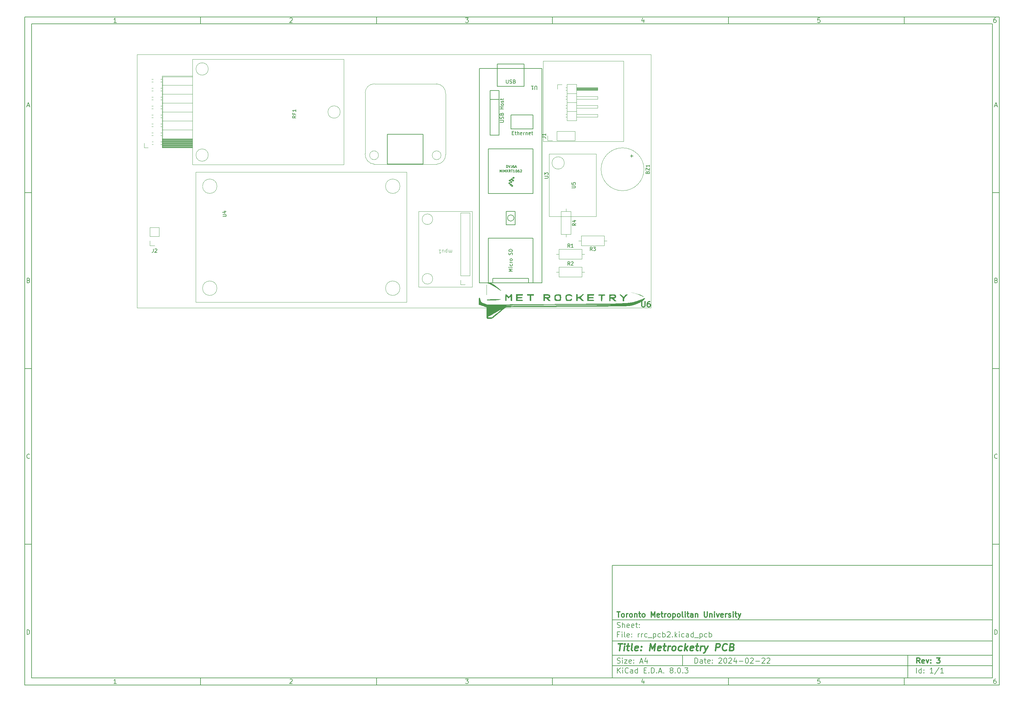
<source format=gbr>
%TF.GenerationSoftware,KiCad,Pcbnew,8.0.3*%
%TF.CreationDate,2024-07-04T22:57:28-04:00*%
%TF.ProjectId,rrc_pcb2,7272635f-7063-4623-922e-6b696361645f,3*%
%TF.SameCoordinates,Original*%
%TF.FileFunction,Legend,Top*%
%TF.FilePolarity,Positive*%
%FSLAX46Y46*%
G04 Gerber Fmt 4.6, Leading zero omitted, Abs format (unit mm)*
G04 Created by KiCad (PCBNEW 8.0.3) date 2024-07-04 22:57:28*
%MOMM*%
%LPD*%
G01*
G04 APERTURE LIST*
%ADD10C,0.100000*%
%ADD11C,0.150000*%
%ADD12C,0.300000*%
%ADD13C,0.400000*%
%ADD14C,0.120000*%
%ADD15C,0.000000*%
%ADD16C,0.050000*%
%ADD17C,0.127000*%
%TA.AperFunction,Profile*%
%ADD18C,0.050000*%
%TD*%
%TA.AperFunction,Profile*%
%ADD19C,0.100000*%
%TD*%
G04 APERTURE END LIST*
D10*
D11*
X177002200Y-166007200D02*
X285002200Y-166007200D01*
X285002200Y-198007200D01*
X177002200Y-198007200D01*
X177002200Y-166007200D01*
D10*
D11*
X10000000Y-10000000D02*
X287002200Y-10000000D01*
X287002200Y-200007200D01*
X10000000Y-200007200D01*
X10000000Y-10000000D01*
D10*
D11*
X12000000Y-12000000D02*
X285002200Y-12000000D01*
X285002200Y-198007200D01*
X12000000Y-198007200D01*
X12000000Y-12000000D01*
D10*
D11*
X60000000Y-12000000D02*
X60000000Y-10000000D01*
D10*
D11*
X110000000Y-12000000D02*
X110000000Y-10000000D01*
D10*
D11*
X160000000Y-12000000D02*
X160000000Y-10000000D01*
D10*
D11*
X210000000Y-12000000D02*
X210000000Y-10000000D01*
D10*
D11*
X260000000Y-12000000D02*
X260000000Y-10000000D01*
D10*
D11*
X36089160Y-11593604D02*
X35346303Y-11593604D01*
X35717731Y-11593604D02*
X35717731Y-10293604D01*
X35717731Y-10293604D02*
X35593922Y-10479319D01*
X35593922Y-10479319D02*
X35470112Y-10603128D01*
X35470112Y-10603128D02*
X35346303Y-10665033D01*
D10*
D11*
X85346303Y-10417414D02*
X85408207Y-10355509D01*
X85408207Y-10355509D02*
X85532017Y-10293604D01*
X85532017Y-10293604D02*
X85841541Y-10293604D01*
X85841541Y-10293604D02*
X85965350Y-10355509D01*
X85965350Y-10355509D02*
X86027255Y-10417414D01*
X86027255Y-10417414D02*
X86089160Y-10541223D01*
X86089160Y-10541223D02*
X86089160Y-10665033D01*
X86089160Y-10665033D02*
X86027255Y-10850747D01*
X86027255Y-10850747D02*
X85284398Y-11593604D01*
X85284398Y-11593604D02*
X86089160Y-11593604D01*
D10*
D11*
X135284398Y-10293604D02*
X136089160Y-10293604D01*
X136089160Y-10293604D02*
X135655826Y-10788842D01*
X135655826Y-10788842D02*
X135841541Y-10788842D01*
X135841541Y-10788842D02*
X135965350Y-10850747D01*
X135965350Y-10850747D02*
X136027255Y-10912652D01*
X136027255Y-10912652D02*
X136089160Y-11036461D01*
X136089160Y-11036461D02*
X136089160Y-11345985D01*
X136089160Y-11345985D02*
X136027255Y-11469795D01*
X136027255Y-11469795D02*
X135965350Y-11531700D01*
X135965350Y-11531700D02*
X135841541Y-11593604D01*
X135841541Y-11593604D02*
X135470112Y-11593604D01*
X135470112Y-11593604D02*
X135346303Y-11531700D01*
X135346303Y-11531700D02*
X135284398Y-11469795D01*
D10*
D11*
X185965350Y-10726938D02*
X185965350Y-11593604D01*
X185655826Y-10231700D02*
X185346303Y-11160271D01*
X185346303Y-11160271D02*
X186151064Y-11160271D01*
D10*
D11*
X236027255Y-10293604D02*
X235408207Y-10293604D01*
X235408207Y-10293604D02*
X235346303Y-10912652D01*
X235346303Y-10912652D02*
X235408207Y-10850747D01*
X235408207Y-10850747D02*
X235532017Y-10788842D01*
X235532017Y-10788842D02*
X235841541Y-10788842D01*
X235841541Y-10788842D02*
X235965350Y-10850747D01*
X235965350Y-10850747D02*
X236027255Y-10912652D01*
X236027255Y-10912652D02*
X236089160Y-11036461D01*
X236089160Y-11036461D02*
X236089160Y-11345985D01*
X236089160Y-11345985D02*
X236027255Y-11469795D01*
X236027255Y-11469795D02*
X235965350Y-11531700D01*
X235965350Y-11531700D02*
X235841541Y-11593604D01*
X235841541Y-11593604D02*
X235532017Y-11593604D01*
X235532017Y-11593604D02*
X235408207Y-11531700D01*
X235408207Y-11531700D02*
X235346303Y-11469795D01*
D10*
D11*
X285965350Y-10293604D02*
X285717731Y-10293604D01*
X285717731Y-10293604D02*
X285593922Y-10355509D01*
X285593922Y-10355509D02*
X285532017Y-10417414D01*
X285532017Y-10417414D02*
X285408207Y-10603128D01*
X285408207Y-10603128D02*
X285346303Y-10850747D01*
X285346303Y-10850747D02*
X285346303Y-11345985D01*
X285346303Y-11345985D02*
X285408207Y-11469795D01*
X285408207Y-11469795D02*
X285470112Y-11531700D01*
X285470112Y-11531700D02*
X285593922Y-11593604D01*
X285593922Y-11593604D02*
X285841541Y-11593604D01*
X285841541Y-11593604D02*
X285965350Y-11531700D01*
X285965350Y-11531700D02*
X286027255Y-11469795D01*
X286027255Y-11469795D02*
X286089160Y-11345985D01*
X286089160Y-11345985D02*
X286089160Y-11036461D01*
X286089160Y-11036461D02*
X286027255Y-10912652D01*
X286027255Y-10912652D02*
X285965350Y-10850747D01*
X285965350Y-10850747D02*
X285841541Y-10788842D01*
X285841541Y-10788842D02*
X285593922Y-10788842D01*
X285593922Y-10788842D02*
X285470112Y-10850747D01*
X285470112Y-10850747D02*
X285408207Y-10912652D01*
X285408207Y-10912652D02*
X285346303Y-11036461D01*
D10*
D11*
X60000000Y-198007200D02*
X60000000Y-200007200D01*
D10*
D11*
X110000000Y-198007200D02*
X110000000Y-200007200D01*
D10*
D11*
X160000000Y-198007200D02*
X160000000Y-200007200D01*
D10*
D11*
X210000000Y-198007200D02*
X210000000Y-200007200D01*
D10*
D11*
X260000000Y-198007200D02*
X260000000Y-200007200D01*
D10*
D11*
X36089160Y-199600804D02*
X35346303Y-199600804D01*
X35717731Y-199600804D02*
X35717731Y-198300804D01*
X35717731Y-198300804D02*
X35593922Y-198486519D01*
X35593922Y-198486519D02*
X35470112Y-198610328D01*
X35470112Y-198610328D02*
X35346303Y-198672233D01*
D10*
D11*
X85346303Y-198424614D02*
X85408207Y-198362709D01*
X85408207Y-198362709D02*
X85532017Y-198300804D01*
X85532017Y-198300804D02*
X85841541Y-198300804D01*
X85841541Y-198300804D02*
X85965350Y-198362709D01*
X85965350Y-198362709D02*
X86027255Y-198424614D01*
X86027255Y-198424614D02*
X86089160Y-198548423D01*
X86089160Y-198548423D02*
X86089160Y-198672233D01*
X86089160Y-198672233D02*
X86027255Y-198857947D01*
X86027255Y-198857947D02*
X85284398Y-199600804D01*
X85284398Y-199600804D02*
X86089160Y-199600804D01*
D10*
D11*
X135284398Y-198300804D02*
X136089160Y-198300804D01*
X136089160Y-198300804D02*
X135655826Y-198796042D01*
X135655826Y-198796042D02*
X135841541Y-198796042D01*
X135841541Y-198796042D02*
X135965350Y-198857947D01*
X135965350Y-198857947D02*
X136027255Y-198919852D01*
X136027255Y-198919852D02*
X136089160Y-199043661D01*
X136089160Y-199043661D02*
X136089160Y-199353185D01*
X136089160Y-199353185D02*
X136027255Y-199476995D01*
X136027255Y-199476995D02*
X135965350Y-199538900D01*
X135965350Y-199538900D02*
X135841541Y-199600804D01*
X135841541Y-199600804D02*
X135470112Y-199600804D01*
X135470112Y-199600804D02*
X135346303Y-199538900D01*
X135346303Y-199538900D02*
X135284398Y-199476995D01*
D10*
D11*
X185965350Y-198734138D02*
X185965350Y-199600804D01*
X185655826Y-198238900D02*
X185346303Y-199167471D01*
X185346303Y-199167471D02*
X186151064Y-199167471D01*
D10*
D11*
X236027255Y-198300804D02*
X235408207Y-198300804D01*
X235408207Y-198300804D02*
X235346303Y-198919852D01*
X235346303Y-198919852D02*
X235408207Y-198857947D01*
X235408207Y-198857947D02*
X235532017Y-198796042D01*
X235532017Y-198796042D02*
X235841541Y-198796042D01*
X235841541Y-198796042D02*
X235965350Y-198857947D01*
X235965350Y-198857947D02*
X236027255Y-198919852D01*
X236027255Y-198919852D02*
X236089160Y-199043661D01*
X236089160Y-199043661D02*
X236089160Y-199353185D01*
X236089160Y-199353185D02*
X236027255Y-199476995D01*
X236027255Y-199476995D02*
X235965350Y-199538900D01*
X235965350Y-199538900D02*
X235841541Y-199600804D01*
X235841541Y-199600804D02*
X235532017Y-199600804D01*
X235532017Y-199600804D02*
X235408207Y-199538900D01*
X235408207Y-199538900D02*
X235346303Y-199476995D01*
D10*
D11*
X285965350Y-198300804D02*
X285717731Y-198300804D01*
X285717731Y-198300804D02*
X285593922Y-198362709D01*
X285593922Y-198362709D02*
X285532017Y-198424614D01*
X285532017Y-198424614D02*
X285408207Y-198610328D01*
X285408207Y-198610328D02*
X285346303Y-198857947D01*
X285346303Y-198857947D02*
X285346303Y-199353185D01*
X285346303Y-199353185D02*
X285408207Y-199476995D01*
X285408207Y-199476995D02*
X285470112Y-199538900D01*
X285470112Y-199538900D02*
X285593922Y-199600804D01*
X285593922Y-199600804D02*
X285841541Y-199600804D01*
X285841541Y-199600804D02*
X285965350Y-199538900D01*
X285965350Y-199538900D02*
X286027255Y-199476995D01*
X286027255Y-199476995D02*
X286089160Y-199353185D01*
X286089160Y-199353185D02*
X286089160Y-199043661D01*
X286089160Y-199043661D02*
X286027255Y-198919852D01*
X286027255Y-198919852D02*
X285965350Y-198857947D01*
X285965350Y-198857947D02*
X285841541Y-198796042D01*
X285841541Y-198796042D02*
X285593922Y-198796042D01*
X285593922Y-198796042D02*
X285470112Y-198857947D01*
X285470112Y-198857947D02*
X285408207Y-198919852D01*
X285408207Y-198919852D02*
X285346303Y-199043661D01*
D10*
D11*
X10000000Y-60000000D02*
X12000000Y-60000000D01*
D10*
D11*
X10000000Y-110000000D02*
X12000000Y-110000000D01*
D10*
D11*
X10000000Y-160000000D02*
X12000000Y-160000000D01*
D10*
D11*
X10690476Y-35222176D02*
X11309523Y-35222176D01*
X10566666Y-35593604D02*
X10999999Y-34293604D01*
X10999999Y-34293604D02*
X11433333Y-35593604D01*
D10*
D11*
X11092857Y-84912652D02*
X11278571Y-84974557D01*
X11278571Y-84974557D02*
X11340476Y-85036461D01*
X11340476Y-85036461D02*
X11402380Y-85160271D01*
X11402380Y-85160271D02*
X11402380Y-85345985D01*
X11402380Y-85345985D02*
X11340476Y-85469795D01*
X11340476Y-85469795D02*
X11278571Y-85531700D01*
X11278571Y-85531700D02*
X11154761Y-85593604D01*
X11154761Y-85593604D02*
X10659523Y-85593604D01*
X10659523Y-85593604D02*
X10659523Y-84293604D01*
X10659523Y-84293604D02*
X11092857Y-84293604D01*
X11092857Y-84293604D02*
X11216666Y-84355509D01*
X11216666Y-84355509D02*
X11278571Y-84417414D01*
X11278571Y-84417414D02*
X11340476Y-84541223D01*
X11340476Y-84541223D02*
X11340476Y-84665033D01*
X11340476Y-84665033D02*
X11278571Y-84788842D01*
X11278571Y-84788842D02*
X11216666Y-84850747D01*
X11216666Y-84850747D02*
X11092857Y-84912652D01*
X11092857Y-84912652D02*
X10659523Y-84912652D01*
D10*
D11*
X11402380Y-135469795D02*
X11340476Y-135531700D01*
X11340476Y-135531700D02*
X11154761Y-135593604D01*
X11154761Y-135593604D02*
X11030952Y-135593604D01*
X11030952Y-135593604D02*
X10845238Y-135531700D01*
X10845238Y-135531700D02*
X10721428Y-135407890D01*
X10721428Y-135407890D02*
X10659523Y-135284080D01*
X10659523Y-135284080D02*
X10597619Y-135036461D01*
X10597619Y-135036461D02*
X10597619Y-134850747D01*
X10597619Y-134850747D02*
X10659523Y-134603128D01*
X10659523Y-134603128D02*
X10721428Y-134479319D01*
X10721428Y-134479319D02*
X10845238Y-134355509D01*
X10845238Y-134355509D02*
X11030952Y-134293604D01*
X11030952Y-134293604D02*
X11154761Y-134293604D01*
X11154761Y-134293604D02*
X11340476Y-134355509D01*
X11340476Y-134355509D02*
X11402380Y-134417414D01*
D10*
D11*
X10659523Y-185593604D02*
X10659523Y-184293604D01*
X10659523Y-184293604D02*
X10969047Y-184293604D01*
X10969047Y-184293604D02*
X11154761Y-184355509D01*
X11154761Y-184355509D02*
X11278571Y-184479319D01*
X11278571Y-184479319D02*
X11340476Y-184603128D01*
X11340476Y-184603128D02*
X11402380Y-184850747D01*
X11402380Y-184850747D02*
X11402380Y-185036461D01*
X11402380Y-185036461D02*
X11340476Y-185284080D01*
X11340476Y-185284080D02*
X11278571Y-185407890D01*
X11278571Y-185407890D02*
X11154761Y-185531700D01*
X11154761Y-185531700D02*
X10969047Y-185593604D01*
X10969047Y-185593604D02*
X10659523Y-185593604D01*
D10*
D11*
X287002200Y-60000000D02*
X285002200Y-60000000D01*
D10*
D11*
X287002200Y-110000000D02*
X285002200Y-110000000D01*
D10*
D11*
X287002200Y-160000000D02*
X285002200Y-160000000D01*
D10*
D11*
X285692676Y-35222176D02*
X286311723Y-35222176D01*
X285568866Y-35593604D02*
X286002199Y-34293604D01*
X286002199Y-34293604D02*
X286435533Y-35593604D01*
D10*
D11*
X286095057Y-84912652D02*
X286280771Y-84974557D01*
X286280771Y-84974557D02*
X286342676Y-85036461D01*
X286342676Y-85036461D02*
X286404580Y-85160271D01*
X286404580Y-85160271D02*
X286404580Y-85345985D01*
X286404580Y-85345985D02*
X286342676Y-85469795D01*
X286342676Y-85469795D02*
X286280771Y-85531700D01*
X286280771Y-85531700D02*
X286156961Y-85593604D01*
X286156961Y-85593604D02*
X285661723Y-85593604D01*
X285661723Y-85593604D02*
X285661723Y-84293604D01*
X285661723Y-84293604D02*
X286095057Y-84293604D01*
X286095057Y-84293604D02*
X286218866Y-84355509D01*
X286218866Y-84355509D02*
X286280771Y-84417414D01*
X286280771Y-84417414D02*
X286342676Y-84541223D01*
X286342676Y-84541223D02*
X286342676Y-84665033D01*
X286342676Y-84665033D02*
X286280771Y-84788842D01*
X286280771Y-84788842D02*
X286218866Y-84850747D01*
X286218866Y-84850747D02*
X286095057Y-84912652D01*
X286095057Y-84912652D02*
X285661723Y-84912652D01*
D10*
D11*
X286404580Y-135469795D02*
X286342676Y-135531700D01*
X286342676Y-135531700D02*
X286156961Y-135593604D01*
X286156961Y-135593604D02*
X286033152Y-135593604D01*
X286033152Y-135593604D02*
X285847438Y-135531700D01*
X285847438Y-135531700D02*
X285723628Y-135407890D01*
X285723628Y-135407890D02*
X285661723Y-135284080D01*
X285661723Y-135284080D02*
X285599819Y-135036461D01*
X285599819Y-135036461D02*
X285599819Y-134850747D01*
X285599819Y-134850747D02*
X285661723Y-134603128D01*
X285661723Y-134603128D02*
X285723628Y-134479319D01*
X285723628Y-134479319D02*
X285847438Y-134355509D01*
X285847438Y-134355509D02*
X286033152Y-134293604D01*
X286033152Y-134293604D02*
X286156961Y-134293604D01*
X286156961Y-134293604D02*
X286342676Y-134355509D01*
X286342676Y-134355509D02*
X286404580Y-134417414D01*
D10*
D11*
X285661723Y-185593604D02*
X285661723Y-184293604D01*
X285661723Y-184293604D02*
X285971247Y-184293604D01*
X285971247Y-184293604D02*
X286156961Y-184355509D01*
X286156961Y-184355509D02*
X286280771Y-184479319D01*
X286280771Y-184479319D02*
X286342676Y-184603128D01*
X286342676Y-184603128D02*
X286404580Y-184850747D01*
X286404580Y-184850747D02*
X286404580Y-185036461D01*
X286404580Y-185036461D02*
X286342676Y-185284080D01*
X286342676Y-185284080D02*
X286280771Y-185407890D01*
X286280771Y-185407890D02*
X286156961Y-185531700D01*
X286156961Y-185531700D02*
X285971247Y-185593604D01*
X285971247Y-185593604D02*
X285661723Y-185593604D01*
D10*
D11*
X200458026Y-193793328D02*
X200458026Y-192293328D01*
X200458026Y-192293328D02*
X200815169Y-192293328D01*
X200815169Y-192293328D02*
X201029455Y-192364757D01*
X201029455Y-192364757D02*
X201172312Y-192507614D01*
X201172312Y-192507614D02*
X201243741Y-192650471D01*
X201243741Y-192650471D02*
X201315169Y-192936185D01*
X201315169Y-192936185D02*
X201315169Y-193150471D01*
X201315169Y-193150471D02*
X201243741Y-193436185D01*
X201243741Y-193436185D02*
X201172312Y-193579042D01*
X201172312Y-193579042D02*
X201029455Y-193721900D01*
X201029455Y-193721900D02*
X200815169Y-193793328D01*
X200815169Y-193793328D02*
X200458026Y-193793328D01*
X202600884Y-193793328D02*
X202600884Y-193007614D01*
X202600884Y-193007614D02*
X202529455Y-192864757D01*
X202529455Y-192864757D02*
X202386598Y-192793328D01*
X202386598Y-192793328D02*
X202100884Y-192793328D01*
X202100884Y-192793328D02*
X201958026Y-192864757D01*
X202600884Y-193721900D02*
X202458026Y-193793328D01*
X202458026Y-193793328D02*
X202100884Y-193793328D01*
X202100884Y-193793328D02*
X201958026Y-193721900D01*
X201958026Y-193721900D02*
X201886598Y-193579042D01*
X201886598Y-193579042D02*
X201886598Y-193436185D01*
X201886598Y-193436185D02*
X201958026Y-193293328D01*
X201958026Y-193293328D02*
X202100884Y-193221900D01*
X202100884Y-193221900D02*
X202458026Y-193221900D01*
X202458026Y-193221900D02*
X202600884Y-193150471D01*
X203100884Y-192793328D02*
X203672312Y-192793328D01*
X203315169Y-192293328D02*
X203315169Y-193579042D01*
X203315169Y-193579042D02*
X203386598Y-193721900D01*
X203386598Y-193721900D02*
X203529455Y-193793328D01*
X203529455Y-193793328D02*
X203672312Y-193793328D01*
X204743741Y-193721900D02*
X204600884Y-193793328D01*
X204600884Y-193793328D02*
X204315170Y-193793328D01*
X204315170Y-193793328D02*
X204172312Y-193721900D01*
X204172312Y-193721900D02*
X204100884Y-193579042D01*
X204100884Y-193579042D02*
X204100884Y-193007614D01*
X204100884Y-193007614D02*
X204172312Y-192864757D01*
X204172312Y-192864757D02*
X204315170Y-192793328D01*
X204315170Y-192793328D02*
X204600884Y-192793328D01*
X204600884Y-192793328D02*
X204743741Y-192864757D01*
X204743741Y-192864757D02*
X204815170Y-193007614D01*
X204815170Y-193007614D02*
X204815170Y-193150471D01*
X204815170Y-193150471D02*
X204100884Y-193293328D01*
X205458026Y-193650471D02*
X205529455Y-193721900D01*
X205529455Y-193721900D02*
X205458026Y-193793328D01*
X205458026Y-193793328D02*
X205386598Y-193721900D01*
X205386598Y-193721900D02*
X205458026Y-193650471D01*
X205458026Y-193650471D02*
X205458026Y-193793328D01*
X205458026Y-192864757D02*
X205529455Y-192936185D01*
X205529455Y-192936185D02*
X205458026Y-193007614D01*
X205458026Y-193007614D02*
X205386598Y-192936185D01*
X205386598Y-192936185D02*
X205458026Y-192864757D01*
X205458026Y-192864757D02*
X205458026Y-193007614D01*
X207243741Y-192436185D02*
X207315169Y-192364757D01*
X207315169Y-192364757D02*
X207458027Y-192293328D01*
X207458027Y-192293328D02*
X207815169Y-192293328D01*
X207815169Y-192293328D02*
X207958027Y-192364757D01*
X207958027Y-192364757D02*
X208029455Y-192436185D01*
X208029455Y-192436185D02*
X208100884Y-192579042D01*
X208100884Y-192579042D02*
X208100884Y-192721900D01*
X208100884Y-192721900D02*
X208029455Y-192936185D01*
X208029455Y-192936185D02*
X207172312Y-193793328D01*
X207172312Y-193793328D02*
X208100884Y-193793328D01*
X209029455Y-192293328D02*
X209172312Y-192293328D01*
X209172312Y-192293328D02*
X209315169Y-192364757D01*
X209315169Y-192364757D02*
X209386598Y-192436185D01*
X209386598Y-192436185D02*
X209458026Y-192579042D01*
X209458026Y-192579042D02*
X209529455Y-192864757D01*
X209529455Y-192864757D02*
X209529455Y-193221900D01*
X209529455Y-193221900D02*
X209458026Y-193507614D01*
X209458026Y-193507614D02*
X209386598Y-193650471D01*
X209386598Y-193650471D02*
X209315169Y-193721900D01*
X209315169Y-193721900D02*
X209172312Y-193793328D01*
X209172312Y-193793328D02*
X209029455Y-193793328D01*
X209029455Y-193793328D02*
X208886598Y-193721900D01*
X208886598Y-193721900D02*
X208815169Y-193650471D01*
X208815169Y-193650471D02*
X208743740Y-193507614D01*
X208743740Y-193507614D02*
X208672312Y-193221900D01*
X208672312Y-193221900D02*
X208672312Y-192864757D01*
X208672312Y-192864757D02*
X208743740Y-192579042D01*
X208743740Y-192579042D02*
X208815169Y-192436185D01*
X208815169Y-192436185D02*
X208886598Y-192364757D01*
X208886598Y-192364757D02*
X209029455Y-192293328D01*
X210100883Y-192436185D02*
X210172311Y-192364757D01*
X210172311Y-192364757D02*
X210315169Y-192293328D01*
X210315169Y-192293328D02*
X210672311Y-192293328D01*
X210672311Y-192293328D02*
X210815169Y-192364757D01*
X210815169Y-192364757D02*
X210886597Y-192436185D01*
X210886597Y-192436185D02*
X210958026Y-192579042D01*
X210958026Y-192579042D02*
X210958026Y-192721900D01*
X210958026Y-192721900D02*
X210886597Y-192936185D01*
X210886597Y-192936185D02*
X210029454Y-193793328D01*
X210029454Y-193793328D02*
X210958026Y-193793328D01*
X212243740Y-192793328D02*
X212243740Y-193793328D01*
X211886597Y-192221900D02*
X211529454Y-193293328D01*
X211529454Y-193293328D02*
X212458025Y-193293328D01*
X213029453Y-193221900D02*
X214172311Y-193221900D01*
X215172311Y-192293328D02*
X215315168Y-192293328D01*
X215315168Y-192293328D02*
X215458025Y-192364757D01*
X215458025Y-192364757D02*
X215529454Y-192436185D01*
X215529454Y-192436185D02*
X215600882Y-192579042D01*
X215600882Y-192579042D02*
X215672311Y-192864757D01*
X215672311Y-192864757D02*
X215672311Y-193221900D01*
X215672311Y-193221900D02*
X215600882Y-193507614D01*
X215600882Y-193507614D02*
X215529454Y-193650471D01*
X215529454Y-193650471D02*
X215458025Y-193721900D01*
X215458025Y-193721900D02*
X215315168Y-193793328D01*
X215315168Y-193793328D02*
X215172311Y-193793328D01*
X215172311Y-193793328D02*
X215029454Y-193721900D01*
X215029454Y-193721900D02*
X214958025Y-193650471D01*
X214958025Y-193650471D02*
X214886596Y-193507614D01*
X214886596Y-193507614D02*
X214815168Y-193221900D01*
X214815168Y-193221900D02*
X214815168Y-192864757D01*
X214815168Y-192864757D02*
X214886596Y-192579042D01*
X214886596Y-192579042D02*
X214958025Y-192436185D01*
X214958025Y-192436185D02*
X215029454Y-192364757D01*
X215029454Y-192364757D02*
X215172311Y-192293328D01*
X216243739Y-192436185D02*
X216315167Y-192364757D01*
X216315167Y-192364757D02*
X216458025Y-192293328D01*
X216458025Y-192293328D02*
X216815167Y-192293328D01*
X216815167Y-192293328D02*
X216958025Y-192364757D01*
X216958025Y-192364757D02*
X217029453Y-192436185D01*
X217029453Y-192436185D02*
X217100882Y-192579042D01*
X217100882Y-192579042D02*
X217100882Y-192721900D01*
X217100882Y-192721900D02*
X217029453Y-192936185D01*
X217029453Y-192936185D02*
X216172310Y-193793328D01*
X216172310Y-193793328D02*
X217100882Y-193793328D01*
X217743738Y-193221900D02*
X218886596Y-193221900D01*
X219529453Y-192436185D02*
X219600881Y-192364757D01*
X219600881Y-192364757D02*
X219743739Y-192293328D01*
X219743739Y-192293328D02*
X220100881Y-192293328D01*
X220100881Y-192293328D02*
X220243739Y-192364757D01*
X220243739Y-192364757D02*
X220315167Y-192436185D01*
X220315167Y-192436185D02*
X220386596Y-192579042D01*
X220386596Y-192579042D02*
X220386596Y-192721900D01*
X220386596Y-192721900D02*
X220315167Y-192936185D01*
X220315167Y-192936185D02*
X219458024Y-193793328D01*
X219458024Y-193793328D02*
X220386596Y-193793328D01*
X220958024Y-192436185D02*
X221029452Y-192364757D01*
X221029452Y-192364757D02*
X221172310Y-192293328D01*
X221172310Y-192293328D02*
X221529452Y-192293328D01*
X221529452Y-192293328D02*
X221672310Y-192364757D01*
X221672310Y-192364757D02*
X221743738Y-192436185D01*
X221743738Y-192436185D02*
X221815167Y-192579042D01*
X221815167Y-192579042D02*
X221815167Y-192721900D01*
X221815167Y-192721900D02*
X221743738Y-192936185D01*
X221743738Y-192936185D02*
X220886595Y-193793328D01*
X220886595Y-193793328D02*
X221815167Y-193793328D01*
D10*
D11*
X177002200Y-194507200D02*
X285002200Y-194507200D01*
D10*
D11*
X178458026Y-196593328D02*
X178458026Y-195093328D01*
X179315169Y-196593328D02*
X178672312Y-195736185D01*
X179315169Y-195093328D02*
X178458026Y-195950471D01*
X179958026Y-196593328D02*
X179958026Y-195593328D01*
X179958026Y-195093328D02*
X179886598Y-195164757D01*
X179886598Y-195164757D02*
X179958026Y-195236185D01*
X179958026Y-195236185D02*
X180029455Y-195164757D01*
X180029455Y-195164757D02*
X179958026Y-195093328D01*
X179958026Y-195093328D02*
X179958026Y-195236185D01*
X181529455Y-196450471D02*
X181458027Y-196521900D01*
X181458027Y-196521900D02*
X181243741Y-196593328D01*
X181243741Y-196593328D02*
X181100884Y-196593328D01*
X181100884Y-196593328D02*
X180886598Y-196521900D01*
X180886598Y-196521900D02*
X180743741Y-196379042D01*
X180743741Y-196379042D02*
X180672312Y-196236185D01*
X180672312Y-196236185D02*
X180600884Y-195950471D01*
X180600884Y-195950471D02*
X180600884Y-195736185D01*
X180600884Y-195736185D02*
X180672312Y-195450471D01*
X180672312Y-195450471D02*
X180743741Y-195307614D01*
X180743741Y-195307614D02*
X180886598Y-195164757D01*
X180886598Y-195164757D02*
X181100884Y-195093328D01*
X181100884Y-195093328D02*
X181243741Y-195093328D01*
X181243741Y-195093328D02*
X181458027Y-195164757D01*
X181458027Y-195164757D02*
X181529455Y-195236185D01*
X182815170Y-196593328D02*
X182815170Y-195807614D01*
X182815170Y-195807614D02*
X182743741Y-195664757D01*
X182743741Y-195664757D02*
X182600884Y-195593328D01*
X182600884Y-195593328D02*
X182315170Y-195593328D01*
X182315170Y-195593328D02*
X182172312Y-195664757D01*
X182815170Y-196521900D02*
X182672312Y-196593328D01*
X182672312Y-196593328D02*
X182315170Y-196593328D01*
X182315170Y-196593328D02*
X182172312Y-196521900D01*
X182172312Y-196521900D02*
X182100884Y-196379042D01*
X182100884Y-196379042D02*
X182100884Y-196236185D01*
X182100884Y-196236185D02*
X182172312Y-196093328D01*
X182172312Y-196093328D02*
X182315170Y-196021900D01*
X182315170Y-196021900D02*
X182672312Y-196021900D01*
X182672312Y-196021900D02*
X182815170Y-195950471D01*
X184172313Y-196593328D02*
X184172313Y-195093328D01*
X184172313Y-196521900D02*
X184029455Y-196593328D01*
X184029455Y-196593328D02*
X183743741Y-196593328D01*
X183743741Y-196593328D02*
X183600884Y-196521900D01*
X183600884Y-196521900D02*
X183529455Y-196450471D01*
X183529455Y-196450471D02*
X183458027Y-196307614D01*
X183458027Y-196307614D02*
X183458027Y-195879042D01*
X183458027Y-195879042D02*
X183529455Y-195736185D01*
X183529455Y-195736185D02*
X183600884Y-195664757D01*
X183600884Y-195664757D02*
X183743741Y-195593328D01*
X183743741Y-195593328D02*
X184029455Y-195593328D01*
X184029455Y-195593328D02*
X184172313Y-195664757D01*
X186029455Y-195807614D02*
X186529455Y-195807614D01*
X186743741Y-196593328D02*
X186029455Y-196593328D01*
X186029455Y-196593328D02*
X186029455Y-195093328D01*
X186029455Y-195093328D02*
X186743741Y-195093328D01*
X187386598Y-196450471D02*
X187458027Y-196521900D01*
X187458027Y-196521900D02*
X187386598Y-196593328D01*
X187386598Y-196593328D02*
X187315170Y-196521900D01*
X187315170Y-196521900D02*
X187386598Y-196450471D01*
X187386598Y-196450471D02*
X187386598Y-196593328D01*
X188100884Y-196593328D02*
X188100884Y-195093328D01*
X188100884Y-195093328D02*
X188458027Y-195093328D01*
X188458027Y-195093328D02*
X188672313Y-195164757D01*
X188672313Y-195164757D02*
X188815170Y-195307614D01*
X188815170Y-195307614D02*
X188886599Y-195450471D01*
X188886599Y-195450471D02*
X188958027Y-195736185D01*
X188958027Y-195736185D02*
X188958027Y-195950471D01*
X188958027Y-195950471D02*
X188886599Y-196236185D01*
X188886599Y-196236185D02*
X188815170Y-196379042D01*
X188815170Y-196379042D02*
X188672313Y-196521900D01*
X188672313Y-196521900D02*
X188458027Y-196593328D01*
X188458027Y-196593328D02*
X188100884Y-196593328D01*
X189600884Y-196450471D02*
X189672313Y-196521900D01*
X189672313Y-196521900D02*
X189600884Y-196593328D01*
X189600884Y-196593328D02*
X189529456Y-196521900D01*
X189529456Y-196521900D02*
X189600884Y-196450471D01*
X189600884Y-196450471D02*
X189600884Y-196593328D01*
X190243742Y-196164757D02*
X190958028Y-196164757D01*
X190100885Y-196593328D02*
X190600885Y-195093328D01*
X190600885Y-195093328D02*
X191100885Y-196593328D01*
X191600884Y-196450471D02*
X191672313Y-196521900D01*
X191672313Y-196521900D02*
X191600884Y-196593328D01*
X191600884Y-196593328D02*
X191529456Y-196521900D01*
X191529456Y-196521900D02*
X191600884Y-196450471D01*
X191600884Y-196450471D02*
X191600884Y-196593328D01*
X193672313Y-195736185D02*
X193529456Y-195664757D01*
X193529456Y-195664757D02*
X193458027Y-195593328D01*
X193458027Y-195593328D02*
X193386599Y-195450471D01*
X193386599Y-195450471D02*
X193386599Y-195379042D01*
X193386599Y-195379042D02*
X193458027Y-195236185D01*
X193458027Y-195236185D02*
X193529456Y-195164757D01*
X193529456Y-195164757D02*
X193672313Y-195093328D01*
X193672313Y-195093328D02*
X193958027Y-195093328D01*
X193958027Y-195093328D02*
X194100885Y-195164757D01*
X194100885Y-195164757D02*
X194172313Y-195236185D01*
X194172313Y-195236185D02*
X194243742Y-195379042D01*
X194243742Y-195379042D02*
X194243742Y-195450471D01*
X194243742Y-195450471D02*
X194172313Y-195593328D01*
X194172313Y-195593328D02*
X194100885Y-195664757D01*
X194100885Y-195664757D02*
X193958027Y-195736185D01*
X193958027Y-195736185D02*
X193672313Y-195736185D01*
X193672313Y-195736185D02*
X193529456Y-195807614D01*
X193529456Y-195807614D02*
X193458027Y-195879042D01*
X193458027Y-195879042D02*
X193386599Y-196021900D01*
X193386599Y-196021900D02*
X193386599Y-196307614D01*
X193386599Y-196307614D02*
X193458027Y-196450471D01*
X193458027Y-196450471D02*
X193529456Y-196521900D01*
X193529456Y-196521900D02*
X193672313Y-196593328D01*
X193672313Y-196593328D02*
X193958027Y-196593328D01*
X193958027Y-196593328D02*
X194100885Y-196521900D01*
X194100885Y-196521900D02*
X194172313Y-196450471D01*
X194172313Y-196450471D02*
X194243742Y-196307614D01*
X194243742Y-196307614D02*
X194243742Y-196021900D01*
X194243742Y-196021900D02*
X194172313Y-195879042D01*
X194172313Y-195879042D02*
X194100885Y-195807614D01*
X194100885Y-195807614D02*
X193958027Y-195736185D01*
X194886598Y-196450471D02*
X194958027Y-196521900D01*
X194958027Y-196521900D02*
X194886598Y-196593328D01*
X194886598Y-196593328D02*
X194815170Y-196521900D01*
X194815170Y-196521900D02*
X194886598Y-196450471D01*
X194886598Y-196450471D02*
X194886598Y-196593328D01*
X195886599Y-195093328D02*
X196029456Y-195093328D01*
X196029456Y-195093328D02*
X196172313Y-195164757D01*
X196172313Y-195164757D02*
X196243742Y-195236185D01*
X196243742Y-195236185D02*
X196315170Y-195379042D01*
X196315170Y-195379042D02*
X196386599Y-195664757D01*
X196386599Y-195664757D02*
X196386599Y-196021900D01*
X196386599Y-196021900D02*
X196315170Y-196307614D01*
X196315170Y-196307614D02*
X196243742Y-196450471D01*
X196243742Y-196450471D02*
X196172313Y-196521900D01*
X196172313Y-196521900D02*
X196029456Y-196593328D01*
X196029456Y-196593328D02*
X195886599Y-196593328D01*
X195886599Y-196593328D02*
X195743742Y-196521900D01*
X195743742Y-196521900D02*
X195672313Y-196450471D01*
X195672313Y-196450471D02*
X195600884Y-196307614D01*
X195600884Y-196307614D02*
X195529456Y-196021900D01*
X195529456Y-196021900D02*
X195529456Y-195664757D01*
X195529456Y-195664757D02*
X195600884Y-195379042D01*
X195600884Y-195379042D02*
X195672313Y-195236185D01*
X195672313Y-195236185D02*
X195743742Y-195164757D01*
X195743742Y-195164757D02*
X195886599Y-195093328D01*
X197029455Y-196450471D02*
X197100884Y-196521900D01*
X197100884Y-196521900D02*
X197029455Y-196593328D01*
X197029455Y-196593328D02*
X196958027Y-196521900D01*
X196958027Y-196521900D02*
X197029455Y-196450471D01*
X197029455Y-196450471D02*
X197029455Y-196593328D01*
X197600884Y-195093328D02*
X198529456Y-195093328D01*
X198529456Y-195093328D02*
X198029456Y-195664757D01*
X198029456Y-195664757D02*
X198243741Y-195664757D01*
X198243741Y-195664757D02*
X198386599Y-195736185D01*
X198386599Y-195736185D02*
X198458027Y-195807614D01*
X198458027Y-195807614D02*
X198529456Y-195950471D01*
X198529456Y-195950471D02*
X198529456Y-196307614D01*
X198529456Y-196307614D02*
X198458027Y-196450471D01*
X198458027Y-196450471D02*
X198386599Y-196521900D01*
X198386599Y-196521900D02*
X198243741Y-196593328D01*
X198243741Y-196593328D02*
X197815170Y-196593328D01*
X197815170Y-196593328D02*
X197672313Y-196521900D01*
X197672313Y-196521900D02*
X197600884Y-196450471D01*
D10*
D11*
X177002200Y-191507200D02*
X285002200Y-191507200D01*
D10*
D12*
X264413853Y-193785528D02*
X263913853Y-193071242D01*
X263556710Y-193785528D02*
X263556710Y-192285528D01*
X263556710Y-192285528D02*
X264128139Y-192285528D01*
X264128139Y-192285528D02*
X264270996Y-192356957D01*
X264270996Y-192356957D02*
X264342425Y-192428385D01*
X264342425Y-192428385D02*
X264413853Y-192571242D01*
X264413853Y-192571242D02*
X264413853Y-192785528D01*
X264413853Y-192785528D02*
X264342425Y-192928385D01*
X264342425Y-192928385D02*
X264270996Y-192999814D01*
X264270996Y-192999814D02*
X264128139Y-193071242D01*
X264128139Y-193071242D02*
X263556710Y-193071242D01*
X265628139Y-193714100D02*
X265485282Y-193785528D01*
X265485282Y-193785528D02*
X265199568Y-193785528D01*
X265199568Y-193785528D02*
X265056710Y-193714100D01*
X265056710Y-193714100D02*
X264985282Y-193571242D01*
X264985282Y-193571242D02*
X264985282Y-192999814D01*
X264985282Y-192999814D02*
X265056710Y-192856957D01*
X265056710Y-192856957D02*
X265199568Y-192785528D01*
X265199568Y-192785528D02*
X265485282Y-192785528D01*
X265485282Y-192785528D02*
X265628139Y-192856957D01*
X265628139Y-192856957D02*
X265699568Y-192999814D01*
X265699568Y-192999814D02*
X265699568Y-193142671D01*
X265699568Y-193142671D02*
X264985282Y-193285528D01*
X266199567Y-192785528D02*
X266556710Y-193785528D01*
X266556710Y-193785528D02*
X266913853Y-192785528D01*
X267485281Y-193642671D02*
X267556710Y-193714100D01*
X267556710Y-193714100D02*
X267485281Y-193785528D01*
X267485281Y-193785528D02*
X267413853Y-193714100D01*
X267413853Y-193714100D02*
X267485281Y-193642671D01*
X267485281Y-193642671D02*
X267485281Y-193785528D01*
X267485281Y-192856957D02*
X267556710Y-192928385D01*
X267556710Y-192928385D02*
X267485281Y-192999814D01*
X267485281Y-192999814D02*
X267413853Y-192928385D01*
X267413853Y-192928385D02*
X267485281Y-192856957D01*
X267485281Y-192856957D02*
X267485281Y-192999814D01*
X269199567Y-192285528D02*
X270128139Y-192285528D01*
X270128139Y-192285528D02*
X269628139Y-192856957D01*
X269628139Y-192856957D02*
X269842424Y-192856957D01*
X269842424Y-192856957D02*
X269985282Y-192928385D01*
X269985282Y-192928385D02*
X270056710Y-192999814D01*
X270056710Y-192999814D02*
X270128139Y-193142671D01*
X270128139Y-193142671D02*
X270128139Y-193499814D01*
X270128139Y-193499814D02*
X270056710Y-193642671D01*
X270056710Y-193642671D02*
X269985282Y-193714100D01*
X269985282Y-193714100D02*
X269842424Y-193785528D01*
X269842424Y-193785528D02*
X269413853Y-193785528D01*
X269413853Y-193785528D02*
X269270996Y-193714100D01*
X269270996Y-193714100D02*
X269199567Y-193642671D01*
D10*
D11*
X178386598Y-193721900D02*
X178600884Y-193793328D01*
X178600884Y-193793328D02*
X178958026Y-193793328D01*
X178958026Y-193793328D02*
X179100884Y-193721900D01*
X179100884Y-193721900D02*
X179172312Y-193650471D01*
X179172312Y-193650471D02*
X179243741Y-193507614D01*
X179243741Y-193507614D02*
X179243741Y-193364757D01*
X179243741Y-193364757D02*
X179172312Y-193221900D01*
X179172312Y-193221900D02*
X179100884Y-193150471D01*
X179100884Y-193150471D02*
X178958026Y-193079042D01*
X178958026Y-193079042D02*
X178672312Y-193007614D01*
X178672312Y-193007614D02*
X178529455Y-192936185D01*
X178529455Y-192936185D02*
X178458026Y-192864757D01*
X178458026Y-192864757D02*
X178386598Y-192721900D01*
X178386598Y-192721900D02*
X178386598Y-192579042D01*
X178386598Y-192579042D02*
X178458026Y-192436185D01*
X178458026Y-192436185D02*
X178529455Y-192364757D01*
X178529455Y-192364757D02*
X178672312Y-192293328D01*
X178672312Y-192293328D02*
X179029455Y-192293328D01*
X179029455Y-192293328D02*
X179243741Y-192364757D01*
X179886597Y-193793328D02*
X179886597Y-192793328D01*
X179886597Y-192293328D02*
X179815169Y-192364757D01*
X179815169Y-192364757D02*
X179886597Y-192436185D01*
X179886597Y-192436185D02*
X179958026Y-192364757D01*
X179958026Y-192364757D02*
X179886597Y-192293328D01*
X179886597Y-192293328D02*
X179886597Y-192436185D01*
X180458026Y-192793328D02*
X181243741Y-192793328D01*
X181243741Y-192793328D02*
X180458026Y-193793328D01*
X180458026Y-193793328D02*
X181243741Y-193793328D01*
X182386598Y-193721900D02*
X182243741Y-193793328D01*
X182243741Y-193793328D02*
X181958027Y-193793328D01*
X181958027Y-193793328D02*
X181815169Y-193721900D01*
X181815169Y-193721900D02*
X181743741Y-193579042D01*
X181743741Y-193579042D02*
X181743741Y-193007614D01*
X181743741Y-193007614D02*
X181815169Y-192864757D01*
X181815169Y-192864757D02*
X181958027Y-192793328D01*
X181958027Y-192793328D02*
X182243741Y-192793328D01*
X182243741Y-192793328D02*
X182386598Y-192864757D01*
X182386598Y-192864757D02*
X182458027Y-193007614D01*
X182458027Y-193007614D02*
X182458027Y-193150471D01*
X182458027Y-193150471D02*
X181743741Y-193293328D01*
X183100883Y-193650471D02*
X183172312Y-193721900D01*
X183172312Y-193721900D02*
X183100883Y-193793328D01*
X183100883Y-193793328D02*
X183029455Y-193721900D01*
X183029455Y-193721900D02*
X183100883Y-193650471D01*
X183100883Y-193650471D02*
X183100883Y-193793328D01*
X183100883Y-192864757D02*
X183172312Y-192936185D01*
X183172312Y-192936185D02*
X183100883Y-193007614D01*
X183100883Y-193007614D02*
X183029455Y-192936185D01*
X183029455Y-192936185D02*
X183100883Y-192864757D01*
X183100883Y-192864757D02*
X183100883Y-193007614D01*
X184886598Y-193364757D02*
X185600884Y-193364757D01*
X184743741Y-193793328D02*
X185243741Y-192293328D01*
X185243741Y-192293328D02*
X185743741Y-193793328D01*
X186886598Y-192793328D02*
X186886598Y-193793328D01*
X186529455Y-192221900D02*
X186172312Y-193293328D01*
X186172312Y-193293328D02*
X187100883Y-193293328D01*
D10*
D11*
X263458026Y-196593328D02*
X263458026Y-195093328D01*
X264815170Y-196593328D02*
X264815170Y-195093328D01*
X264815170Y-196521900D02*
X264672312Y-196593328D01*
X264672312Y-196593328D02*
X264386598Y-196593328D01*
X264386598Y-196593328D02*
X264243741Y-196521900D01*
X264243741Y-196521900D02*
X264172312Y-196450471D01*
X264172312Y-196450471D02*
X264100884Y-196307614D01*
X264100884Y-196307614D02*
X264100884Y-195879042D01*
X264100884Y-195879042D02*
X264172312Y-195736185D01*
X264172312Y-195736185D02*
X264243741Y-195664757D01*
X264243741Y-195664757D02*
X264386598Y-195593328D01*
X264386598Y-195593328D02*
X264672312Y-195593328D01*
X264672312Y-195593328D02*
X264815170Y-195664757D01*
X265529455Y-196450471D02*
X265600884Y-196521900D01*
X265600884Y-196521900D02*
X265529455Y-196593328D01*
X265529455Y-196593328D02*
X265458027Y-196521900D01*
X265458027Y-196521900D02*
X265529455Y-196450471D01*
X265529455Y-196450471D02*
X265529455Y-196593328D01*
X265529455Y-195664757D02*
X265600884Y-195736185D01*
X265600884Y-195736185D02*
X265529455Y-195807614D01*
X265529455Y-195807614D02*
X265458027Y-195736185D01*
X265458027Y-195736185D02*
X265529455Y-195664757D01*
X265529455Y-195664757D02*
X265529455Y-195807614D01*
X268172313Y-196593328D02*
X267315170Y-196593328D01*
X267743741Y-196593328D02*
X267743741Y-195093328D01*
X267743741Y-195093328D02*
X267600884Y-195307614D01*
X267600884Y-195307614D02*
X267458027Y-195450471D01*
X267458027Y-195450471D02*
X267315170Y-195521900D01*
X269886598Y-195021900D02*
X268600884Y-196950471D01*
X271172313Y-196593328D02*
X270315170Y-196593328D01*
X270743741Y-196593328D02*
X270743741Y-195093328D01*
X270743741Y-195093328D02*
X270600884Y-195307614D01*
X270600884Y-195307614D02*
X270458027Y-195450471D01*
X270458027Y-195450471D02*
X270315170Y-195521900D01*
D10*
D11*
X177002200Y-187507200D02*
X285002200Y-187507200D01*
D10*
D13*
X178693928Y-188211638D02*
X179836785Y-188211638D01*
X179015357Y-190211638D02*
X179265357Y-188211638D01*
X180253452Y-190211638D02*
X180420119Y-188878304D01*
X180503452Y-188211638D02*
X180396309Y-188306876D01*
X180396309Y-188306876D02*
X180479643Y-188402114D01*
X180479643Y-188402114D02*
X180586786Y-188306876D01*
X180586786Y-188306876D02*
X180503452Y-188211638D01*
X180503452Y-188211638D02*
X180479643Y-188402114D01*
X181086786Y-188878304D02*
X181848690Y-188878304D01*
X181455833Y-188211638D02*
X181241548Y-189925923D01*
X181241548Y-189925923D02*
X181312976Y-190116400D01*
X181312976Y-190116400D02*
X181491548Y-190211638D01*
X181491548Y-190211638D02*
X181682024Y-190211638D01*
X182634405Y-190211638D02*
X182455833Y-190116400D01*
X182455833Y-190116400D02*
X182384405Y-189925923D01*
X182384405Y-189925923D02*
X182598690Y-188211638D01*
X184170119Y-190116400D02*
X183967738Y-190211638D01*
X183967738Y-190211638D02*
X183586785Y-190211638D01*
X183586785Y-190211638D02*
X183408214Y-190116400D01*
X183408214Y-190116400D02*
X183336785Y-189925923D01*
X183336785Y-189925923D02*
X183432024Y-189164019D01*
X183432024Y-189164019D02*
X183551071Y-188973542D01*
X183551071Y-188973542D02*
X183753452Y-188878304D01*
X183753452Y-188878304D02*
X184134404Y-188878304D01*
X184134404Y-188878304D02*
X184312976Y-188973542D01*
X184312976Y-188973542D02*
X184384404Y-189164019D01*
X184384404Y-189164019D02*
X184360595Y-189354495D01*
X184360595Y-189354495D02*
X183384404Y-189544971D01*
X185134405Y-190021161D02*
X185217738Y-190116400D01*
X185217738Y-190116400D02*
X185110595Y-190211638D01*
X185110595Y-190211638D02*
X185027262Y-190116400D01*
X185027262Y-190116400D02*
X185134405Y-190021161D01*
X185134405Y-190021161D02*
X185110595Y-190211638D01*
X185265357Y-188973542D02*
X185348690Y-189068780D01*
X185348690Y-189068780D02*
X185241548Y-189164019D01*
X185241548Y-189164019D02*
X185158214Y-189068780D01*
X185158214Y-189068780D02*
X185265357Y-188973542D01*
X185265357Y-188973542D02*
X185241548Y-189164019D01*
X187586786Y-190211638D02*
X187836786Y-188211638D01*
X187836786Y-188211638D02*
X188324881Y-189640209D01*
X188324881Y-189640209D02*
X189170120Y-188211638D01*
X189170120Y-188211638D02*
X188920120Y-190211638D01*
X190646310Y-190116400D02*
X190443929Y-190211638D01*
X190443929Y-190211638D02*
X190062976Y-190211638D01*
X190062976Y-190211638D02*
X189884405Y-190116400D01*
X189884405Y-190116400D02*
X189812976Y-189925923D01*
X189812976Y-189925923D02*
X189908215Y-189164019D01*
X189908215Y-189164019D02*
X190027262Y-188973542D01*
X190027262Y-188973542D02*
X190229643Y-188878304D01*
X190229643Y-188878304D02*
X190610595Y-188878304D01*
X190610595Y-188878304D02*
X190789167Y-188973542D01*
X190789167Y-188973542D02*
X190860595Y-189164019D01*
X190860595Y-189164019D02*
X190836786Y-189354495D01*
X190836786Y-189354495D02*
X189860595Y-189544971D01*
X191467739Y-188878304D02*
X192229643Y-188878304D01*
X191836786Y-188211638D02*
X191622501Y-189925923D01*
X191622501Y-189925923D02*
X191693929Y-190116400D01*
X191693929Y-190116400D02*
X191872501Y-190211638D01*
X191872501Y-190211638D02*
X192062977Y-190211638D01*
X192729643Y-190211638D02*
X192896310Y-188878304D01*
X192848691Y-189259257D02*
X192967738Y-189068780D01*
X192967738Y-189068780D02*
X193074881Y-188973542D01*
X193074881Y-188973542D02*
X193277262Y-188878304D01*
X193277262Y-188878304D02*
X193467738Y-188878304D01*
X194253453Y-190211638D02*
X194074881Y-190116400D01*
X194074881Y-190116400D02*
X193991548Y-190021161D01*
X193991548Y-190021161D02*
X193920119Y-189830685D01*
X193920119Y-189830685D02*
X193991548Y-189259257D01*
X193991548Y-189259257D02*
X194110595Y-189068780D01*
X194110595Y-189068780D02*
X194217738Y-188973542D01*
X194217738Y-188973542D02*
X194420119Y-188878304D01*
X194420119Y-188878304D02*
X194705833Y-188878304D01*
X194705833Y-188878304D02*
X194884405Y-188973542D01*
X194884405Y-188973542D02*
X194967738Y-189068780D01*
X194967738Y-189068780D02*
X195039167Y-189259257D01*
X195039167Y-189259257D02*
X194967738Y-189830685D01*
X194967738Y-189830685D02*
X194848691Y-190021161D01*
X194848691Y-190021161D02*
X194741548Y-190116400D01*
X194741548Y-190116400D02*
X194539167Y-190211638D01*
X194539167Y-190211638D02*
X194253453Y-190211638D01*
X196646310Y-190116400D02*
X196443929Y-190211638D01*
X196443929Y-190211638D02*
X196062977Y-190211638D01*
X196062977Y-190211638D02*
X195884405Y-190116400D01*
X195884405Y-190116400D02*
X195801072Y-190021161D01*
X195801072Y-190021161D02*
X195729643Y-189830685D01*
X195729643Y-189830685D02*
X195801072Y-189259257D01*
X195801072Y-189259257D02*
X195920119Y-189068780D01*
X195920119Y-189068780D02*
X196027262Y-188973542D01*
X196027262Y-188973542D02*
X196229643Y-188878304D01*
X196229643Y-188878304D02*
X196610596Y-188878304D01*
X196610596Y-188878304D02*
X196789167Y-188973542D01*
X197491548Y-190211638D02*
X197741548Y-188211638D01*
X197777263Y-189449733D02*
X198253453Y-190211638D01*
X198420120Y-188878304D02*
X197562977Y-189640209D01*
X199884406Y-190116400D02*
X199682025Y-190211638D01*
X199682025Y-190211638D02*
X199301072Y-190211638D01*
X199301072Y-190211638D02*
X199122501Y-190116400D01*
X199122501Y-190116400D02*
X199051072Y-189925923D01*
X199051072Y-189925923D02*
X199146311Y-189164019D01*
X199146311Y-189164019D02*
X199265358Y-188973542D01*
X199265358Y-188973542D02*
X199467739Y-188878304D01*
X199467739Y-188878304D02*
X199848691Y-188878304D01*
X199848691Y-188878304D02*
X200027263Y-188973542D01*
X200027263Y-188973542D02*
X200098691Y-189164019D01*
X200098691Y-189164019D02*
X200074882Y-189354495D01*
X200074882Y-189354495D02*
X199098691Y-189544971D01*
X200705835Y-188878304D02*
X201467739Y-188878304D01*
X201074882Y-188211638D02*
X200860597Y-189925923D01*
X200860597Y-189925923D02*
X200932025Y-190116400D01*
X200932025Y-190116400D02*
X201110597Y-190211638D01*
X201110597Y-190211638D02*
X201301073Y-190211638D01*
X201967739Y-190211638D02*
X202134406Y-188878304D01*
X202086787Y-189259257D02*
X202205834Y-189068780D01*
X202205834Y-189068780D02*
X202312977Y-188973542D01*
X202312977Y-188973542D02*
X202515358Y-188878304D01*
X202515358Y-188878304D02*
X202705834Y-188878304D01*
X203182025Y-188878304D02*
X203491549Y-190211638D01*
X204134406Y-188878304D02*
X203491549Y-190211638D01*
X203491549Y-190211638D02*
X203241549Y-190687828D01*
X203241549Y-190687828D02*
X203134406Y-190783066D01*
X203134406Y-190783066D02*
X202932025Y-190878304D01*
X206253454Y-190211638D02*
X206503454Y-188211638D01*
X206503454Y-188211638D02*
X207265359Y-188211638D01*
X207265359Y-188211638D02*
X207443930Y-188306876D01*
X207443930Y-188306876D02*
X207527264Y-188402114D01*
X207527264Y-188402114D02*
X207598692Y-188592590D01*
X207598692Y-188592590D02*
X207562978Y-188878304D01*
X207562978Y-188878304D02*
X207443930Y-189068780D01*
X207443930Y-189068780D02*
X207336788Y-189164019D01*
X207336788Y-189164019D02*
X207134407Y-189259257D01*
X207134407Y-189259257D02*
X206372502Y-189259257D01*
X209420121Y-190021161D02*
X209312978Y-190116400D01*
X209312978Y-190116400D02*
X209015359Y-190211638D01*
X209015359Y-190211638D02*
X208824883Y-190211638D01*
X208824883Y-190211638D02*
X208551073Y-190116400D01*
X208551073Y-190116400D02*
X208384407Y-189925923D01*
X208384407Y-189925923D02*
X208312978Y-189735447D01*
X208312978Y-189735447D02*
X208265359Y-189354495D01*
X208265359Y-189354495D02*
X208301073Y-189068780D01*
X208301073Y-189068780D02*
X208443930Y-188687828D01*
X208443930Y-188687828D02*
X208562978Y-188497352D01*
X208562978Y-188497352D02*
X208777264Y-188306876D01*
X208777264Y-188306876D02*
X209074883Y-188211638D01*
X209074883Y-188211638D02*
X209265359Y-188211638D01*
X209265359Y-188211638D02*
X209539169Y-188306876D01*
X209539169Y-188306876D02*
X209622502Y-188402114D01*
X211051073Y-189164019D02*
X211324883Y-189259257D01*
X211324883Y-189259257D02*
X211408216Y-189354495D01*
X211408216Y-189354495D02*
X211479645Y-189544971D01*
X211479645Y-189544971D02*
X211443930Y-189830685D01*
X211443930Y-189830685D02*
X211324883Y-190021161D01*
X211324883Y-190021161D02*
X211217740Y-190116400D01*
X211217740Y-190116400D02*
X211015359Y-190211638D01*
X211015359Y-190211638D02*
X210253454Y-190211638D01*
X210253454Y-190211638D02*
X210503454Y-188211638D01*
X210503454Y-188211638D02*
X211170121Y-188211638D01*
X211170121Y-188211638D02*
X211348692Y-188306876D01*
X211348692Y-188306876D02*
X211432026Y-188402114D01*
X211432026Y-188402114D02*
X211503454Y-188592590D01*
X211503454Y-188592590D02*
X211479645Y-188783066D01*
X211479645Y-188783066D02*
X211360597Y-188973542D01*
X211360597Y-188973542D02*
X211253454Y-189068780D01*
X211253454Y-189068780D02*
X211051073Y-189164019D01*
X211051073Y-189164019D02*
X210384407Y-189164019D01*
D10*
D11*
X178958026Y-185607614D02*
X178458026Y-185607614D01*
X178458026Y-186393328D02*
X178458026Y-184893328D01*
X178458026Y-184893328D02*
X179172312Y-184893328D01*
X179743740Y-186393328D02*
X179743740Y-185393328D01*
X179743740Y-184893328D02*
X179672312Y-184964757D01*
X179672312Y-184964757D02*
X179743740Y-185036185D01*
X179743740Y-185036185D02*
X179815169Y-184964757D01*
X179815169Y-184964757D02*
X179743740Y-184893328D01*
X179743740Y-184893328D02*
X179743740Y-185036185D01*
X180672312Y-186393328D02*
X180529455Y-186321900D01*
X180529455Y-186321900D02*
X180458026Y-186179042D01*
X180458026Y-186179042D02*
X180458026Y-184893328D01*
X181815169Y-186321900D02*
X181672312Y-186393328D01*
X181672312Y-186393328D02*
X181386598Y-186393328D01*
X181386598Y-186393328D02*
X181243740Y-186321900D01*
X181243740Y-186321900D02*
X181172312Y-186179042D01*
X181172312Y-186179042D02*
X181172312Y-185607614D01*
X181172312Y-185607614D02*
X181243740Y-185464757D01*
X181243740Y-185464757D02*
X181386598Y-185393328D01*
X181386598Y-185393328D02*
X181672312Y-185393328D01*
X181672312Y-185393328D02*
X181815169Y-185464757D01*
X181815169Y-185464757D02*
X181886598Y-185607614D01*
X181886598Y-185607614D02*
X181886598Y-185750471D01*
X181886598Y-185750471D02*
X181172312Y-185893328D01*
X182529454Y-186250471D02*
X182600883Y-186321900D01*
X182600883Y-186321900D02*
X182529454Y-186393328D01*
X182529454Y-186393328D02*
X182458026Y-186321900D01*
X182458026Y-186321900D02*
X182529454Y-186250471D01*
X182529454Y-186250471D02*
X182529454Y-186393328D01*
X182529454Y-185464757D02*
X182600883Y-185536185D01*
X182600883Y-185536185D02*
X182529454Y-185607614D01*
X182529454Y-185607614D02*
X182458026Y-185536185D01*
X182458026Y-185536185D02*
X182529454Y-185464757D01*
X182529454Y-185464757D02*
X182529454Y-185607614D01*
X184386597Y-186393328D02*
X184386597Y-185393328D01*
X184386597Y-185679042D02*
X184458026Y-185536185D01*
X184458026Y-185536185D02*
X184529455Y-185464757D01*
X184529455Y-185464757D02*
X184672312Y-185393328D01*
X184672312Y-185393328D02*
X184815169Y-185393328D01*
X185315168Y-186393328D02*
X185315168Y-185393328D01*
X185315168Y-185679042D02*
X185386597Y-185536185D01*
X185386597Y-185536185D02*
X185458026Y-185464757D01*
X185458026Y-185464757D02*
X185600883Y-185393328D01*
X185600883Y-185393328D02*
X185743740Y-185393328D01*
X186886597Y-186321900D02*
X186743739Y-186393328D01*
X186743739Y-186393328D02*
X186458025Y-186393328D01*
X186458025Y-186393328D02*
X186315168Y-186321900D01*
X186315168Y-186321900D02*
X186243739Y-186250471D01*
X186243739Y-186250471D02*
X186172311Y-186107614D01*
X186172311Y-186107614D02*
X186172311Y-185679042D01*
X186172311Y-185679042D02*
X186243739Y-185536185D01*
X186243739Y-185536185D02*
X186315168Y-185464757D01*
X186315168Y-185464757D02*
X186458025Y-185393328D01*
X186458025Y-185393328D02*
X186743739Y-185393328D01*
X186743739Y-185393328D02*
X186886597Y-185464757D01*
X187172311Y-186536185D02*
X188315168Y-186536185D01*
X188672310Y-185393328D02*
X188672310Y-186893328D01*
X188672310Y-185464757D02*
X188815168Y-185393328D01*
X188815168Y-185393328D02*
X189100882Y-185393328D01*
X189100882Y-185393328D02*
X189243739Y-185464757D01*
X189243739Y-185464757D02*
X189315168Y-185536185D01*
X189315168Y-185536185D02*
X189386596Y-185679042D01*
X189386596Y-185679042D02*
X189386596Y-186107614D01*
X189386596Y-186107614D02*
X189315168Y-186250471D01*
X189315168Y-186250471D02*
X189243739Y-186321900D01*
X189243739Y-186321900D02*
X189100882Y-186393328D01*
X189100882Y-186393328D02*
X188815168Y-186393328D01*
X188815168Y-186393328D02*
X188672310Y-186321900D01*
X190672311Y-186321900D02*
X190529453Y-186393328D01*
X190529453Y-186393328D02*
X190243739Y-186393328D01*
X190243739Y-186393328D02*
X190100882Y-186321900D01*
X190100882Y-186321900D02*
X190029453Y-186250471D01*
X190029453Y-186250471D02*
X189958025Y-186107614D01*
X189958025Y-186107614D02*
X189958025Y-185679042D01*
X189958025Y-185679042D02*
X190029453Y-185536185D01*
X190029453Y-185536185D02*
X190100882Y-185464757D01*
X190100882Y-185464757D02*
X190243739Y-185393328D01*
X190243739Y-185393328D02*
X190529453Y-185393328D01*
X190529453Y-185393328D02*
X190672311Y-185464757D01*
X191315167Y-186393328D02*
X191315167Y-184893328D01*
X191315167Y-185464757D02*
X191458025Y-185393328D01*
X191458025Y-185393328D02*
X191743739Y-185393328D01*
X191743739Y-185393328D02*
X191886596Y-185464757D01*
X191886596Y-185464757D02*
X191958025Y-185536185D01*
X191958025Y-185536185D02*
X192029453Y-185679042D01*
X192029453Y-185679042D02*
X192029453Y-186107614D01*
X192029453Y-186107614D02*
X191958025Y-186250471D01*
X191958025Y-186250471D02*
X191886596Y-186321900D01*
X191886596Y-186321900D02*
X191743739Y-186393328D01*
X191743739Y-186393328D02*
X191458025Y-186393328D01*
X191458025Y-186393328D02*
X191315167Y-186321900D01*
X192600882Y-185036185D02*
X192672310Y-184964757D01*
X192672310Y-184964757D02*
X192815168Y-184893328D01*
X192815168Y-184893328D02*
X193172310Y-184893328D01*
X193172310Y-184893328D02*
X193315168Y-184964757D01*
X193315168Y-184964757D02*
X193386596Y-185036185D01*
X193386596Y-185036185D02*
X193458025Y-185179042D01*
X193458025Y-185179042D02*
X193458025Y-185321900D01*
X193458025Y-185321900D02*
X193386596Y-185536185D01*
X193386596Y-185536185D02*
X192529453Y-186393328D01*
X192529453Y-186393328D02*
X193458025Y-186393328D01*
X194100881Y-186250471D02*
X194172310Y-186321900D01*
X194172310Y-186321900D02*
X194100881Y-186393328D01*
X194100881Y-186393328D02*
X194029453Y-186321900D01*
X194029453Y-186321900D02*
X194100881Y-186250471D01*
X194100881Y-186250471D02*
X194100881Y-186393328D01*
X194815167Y-186393328D02*
X194815167Y-184893328D01*
X194958025Y-185821900D02*
X195386596Y-186393328D01*
X195386596Y-185393328D02*
X194815167Y-185964757D01*
X196029453Y-186393328D02*
X196029453Y-185393328D01*
X196029453Y-184893328D02*
X195958025Y-184964757D01*
X195958025Y-184964757D02*
X196029453Y-185036185D01*
X196029453Y-185036185D02*
X196100882Y-184964757D01*
X196100882Y-184964757D02*
X196029453Y-184893328D01*
X196029453Y-184893328D02*
X196029453Y-185036185D01*
X197386597Y-186321900D02*
X197243739Y-186393328D01*
X197243739Y-186393328D02*
X196958025Y-186393328D01*
X196958025Y-186393328D02*
X196815168Y-186321900D01*
X196815168Y-186321900D02*
X196743739Y-186250471D01*
X196743739Y-186250471D02*
X196672311Y-186107614D01*
X196672311Y-186107614D02*
X196672311Y-185679042D01*
X196672311Y-185679042D02*
X196743739Y-185536185D01*
X196743739Y-185536185D02*
X196815168Y-185464757D01*
X196815168Y-185464757D02*
X196958025Y-185393328D01*
X196958025Y-185393328D02*
X197243739Y-185393328D01*
X197243739Y-185393328D02*
X197386597Y-185464757D01*
X198672311Y-186393328D02*
X198672311Y-185607614D01*
X198672311Y-185607614D02*
X198600882Y-185464757D01*
X198600882Y-185464757D02*
X198458025Y-185393328D01*
X198458025Y-185393328D02*
X198172311Y-185393328D01*
X198172311Y-185393328D02*
X198029453Y-185464757D01*
X198672311Y-186321900D02*
X198529453Y-186393328D01*
X198529453Y-186393328D02*
X198172311Y-186393328D01*
X198172311Y-186393328D02*
X198029453Y-186321900D01*
X198029453Y-186321900D02*
X197958025Y-186179042D01*
X197958025Y-186179042D02*
X197958025Y-186036185D01*
X197958025Y-186036185D02*
X198029453Y-185893328D01*
X198029453Y-185893328D02*
X198172311Y-185821900D01*
X198172311Y-185821900D02*
X198529453Y-185821900D01*
X198529453Y-185821900D02*
X198672311Y-185750471D01*
X200029454Y-186393328D02*
X200029454Y-184893328D01*
X200029454Y-186321900D02*
X199886596Y-186393328D01*
X199886596Y-186393328D02*
X199600882Y-186393328D01*
X199600882Y-186393328D02*
X199458025Y-186321900D01*
X199458025Y-186321900D02*
X199386596Y-186250471D01*
X199386596Y-186250471D02*
X199315168Y-186107614D01*
X199315168Y-186107614D02*
X199315168Y-185679042D01*
X199315168Y-185679042D02*
X199386596Y-185536185D01*
X199386596Y-185536185D02*
X199458025Y-185464757D01*
X199458025Y-185464757D02*
X199600882Y-185393328D01*
X199600882Y-185393328D02*
X199886596Y-185393328D01*
X199886596Y-185393328D02*
X200029454Y-185464757D01*
X200386597Y-186536185D02*
X201529454Y-186536185D01*
X201886596Y-185393328D02*
X201886596Y-186893328D01*
X201886596Y-185464757D02*
X202029454Y-185393328D01*
X202029454Y-185393328D02*
X202315168Y-185393328D01*
X202315168Y-185393328D02*
X202458025Y-185464757D01*
X202458025Y-185464757D02*
X202529454Y-185536185D01*
X202529454Y-185536185D02*
X202600882Y-185679042D01*
X202600882Y-185679042D02*
X202600882Y-186107614D01*
X202600882Y-186107614D02*
X202529454Y-186250471D01*
X202529454Y-186250471D02*
X202458025Y-186321900D01*
X202458025Y-186321900D02*
X202315168Y-186393328D01*
X202315168Y-186393328D02*
X202029454Y-186393328D01*
X202029454Y-186393328D02*
X201886596Y-186321900D01*
X203886597Y-186321900D02*
X203743739Y-186393328D01*
X203743739Y-186393328D02*
X203458025Y-186393328D01*
X203458025Y-186393328D02*
X203315168Y-186321900D01*
X203315168Y-186321900D02*
X203243739Y-186250471D01*
X203243739Y-186250471D02*
X203172311Y-186107614D01*
X203172311Y-186107614D02*
X203172311Y-185679042D01*
X203172311Y-185679042D02*
X203243739Y-185536185D01*
X203243739Y-185536185D02*
X203315168Y-185464757D01*
X203315168Y-185464757D02*
X203458025Y-185393328D01*
X203458025Y-185393328D02*
X203743739Y-185393328D01*
X203743739Y-185393328D02*
X203886597Y-185464757D01*
X204529453Y-186393328D02*
X204529453Y-184893328D01*
X204529453Y-185464757D02*
X204672311Y-185393328D01*
X204672311Y-185393328D02*
X204958025Y-185393328D01*
X204958025Y-185393328D02*
X205100882Y-185464757D01*
X205100882Y-185464757D02*
X205172311Y-185536185D01*
X205172311Y-185536185D02*
X205243739Y-185679042D01*
X205243739Y-185679042D02*
X205243739Y-186107614D01*
X205243739Y-186107614D02*
X205172311Y-186250471D01*
X205172311Y-186250471D02*
X205100882Y-186321900D01*
X205100882Y-186321900D02*
X204958025Y-186393328D01*
X204958025Y-186393328D02*
X204672311Y-186393328D01*
X204672311Y-186393328D02*
X204529453Y-186321900D01*
D10*
D11*
X177002200Y-181507200D02*
X285002200Y-181507200D01*
D10*
D11*
X178386598Y-183621900D02*
X178600884Y-183693328D01*
X178600884Y-183693328D02*
X178958026Y-183693328D01*
X178958026Y-183693328D02*
X179100884Y-183621900D01*
X179100884Y-183621900D02*
X179172312Y-183550471D01*
X179172312Y-183550471D02*
X179243741Y-183407614D01*
X179243741Y-183407614D02*
X179243741Y-183264757D01*
X179243741Y-183264757D02*
X179172312Y-183121900D01*
X179172312Y-183121900D02*
X179100884Y-183050471D01*
X179100884Y-183050471D02*
X178958026Y-182979042D01*
X178958026Y-182979042D02*
X178672312Y-182907614D01*
X178672312Y-182907614D02*
X178529455Y-182836185D01*
X178529455Y-182836185D02*
X178458026Y-182764757D01*
X178458026Y-182764757D02*
X178386598Y-182621900D01*
X178386598Y-182621900D02*
X178386598Y-182479042D01*
X178386598Y-182479042D02*
X178458026Y-182336185D01*
X178458026Y-182336185D02*
X178529455Y-182264757D01*
X178529455Y-182264757D02*
X178672312Y-182193328D01*
X178672312Y-182193328D02*
X179029455Y-182193328D01*
X179029455Y-182193328D02*
X179243741Y-182264757D01*
X179886597Y-183693328D02*
X179886597Y-182193328D01*
X180529455Y-183693328D02*
X180529455Y-182907614D01*
X180529455Y-182907614D02*
X180458026Y-182764757D01*
X180458026Y-182764757D02*
X180315169Y-182693328D01*
X180315169Y-182693328D02*
X180100883Y-182693328D01*
X180100883Y-182693328D02*
X179958026Y-182764757D01*
X179958026Y-182764757D02*
X179886597Y-182836185D01*
X181815169Y-183621900D02*
X181672312Y-183693328D01*
X181672312Y-183693328D02*
X181386598Y-183693328D01*
X181386598Y-183693328D02*
X181243740Y-183621900D01*
X181243740Y-183621900D02*
X181172312Y-183479042D01*
X181172312Y-183479042D02*
X181172312Y-182907614D01*
X181172312Y-182907614D02*
X181243740Y-182764757D01*
X181243740Y-182764757D02*
X181386598Y-182693328D01*
X181386598Y-182693328D02*
X181672312Y-182693328D01*
X181672312Y-182693328D02*
X181815169Y-182764757D01*
X181815169Y-182764757D02*
X181886598Y-182907614D01*
X181886598Y-182907614D02*
X181886598Y-183050471D01*
X181886598Y-183050471D02*
X181172312Y-183193328D01*
X183100883Y-183621900D02*
X182958026Y-183693328D01*
X182958026Y-183693328D02*
X182672312Y-183693328D01*
X182672312Y-183693328D02*
X182529454Y-183621900D01*
X182529454Y-183621900D02*
X182458026Y-183479042D01*
X182458026Y-183479042D02*
X182458026Y-182907614D01*
X182458026Y-182907614D02*
X182529454Y-182764757D01*
X182529454Y-182764757D02*
X182672312Y-182693328D01*
X182672312Y-182693328D02*
X182958026Y-182693328D01*
X182958026Y-182693328D02*
X183100883Y-182764757D01*
X183100883Y-182764757D02*
X183172312Y-182907614D01*
X183172312Y-182907614D02*
X183172312Y-183050471D01*
X183172312Y-183050471D02*
X182458026Y-183193328D01*
X183600883Y-182693328D02*
X184172311Y-182693328D01*
X183815168Y-182193328D02*
X183815168Y-183479042D01*
X183815168Y-183479042D02*
X183886597Y-183621900D01*
X183886597Y-183621900D02*
X184029454Y-183693328D01*
X184029454Y-183693328D02*
X184172311Y-183693328D01*
X184672311Y-183550471D02*
X184743740Y-183621900D01*
X184743740Y-183621900D02*
X184672311Y-183693328D01*
X184672311Y-183693328D02*
X184600883Y-183621900D01*
X184600883Y-183621900D02*
X184672311Y-183550471D01*
X184672311Y-183550471D02*
X184672311Y-183693328D01*
X184672311Y-182764757D02*
X184743740Y-182836185D01*
X184743740Y-182836185D02*
X184672311Y-182907614D01*
X184672311Y-182907614D02*
X184600883Y-182836185D01*
X184600883Y-182836185D02*
X184672311Y-182764757D01*
X184672311Y-182764757D02*
X184672311Y-182907614D01*
D10*
D12*
X178342425Y-179185528D02*
X179199568Y-179185528D01*
X178770996Y-180685528D02*
X178770996Y-179185528D01*
X179913853Y-180685528D02*
X179770996Y-180614100D01*
X179770996Y-180614100D02*
X179699567Y-180542671D01*
X179699567Y-180542671D02*
X179628139Y-180399814D01*
X179628139Y-180399814D02*
X179628139Y-179971242D01*
X179628139Y-179971242D02*
X179699567Y-179828385D01*
X179699567Y-179828385D02*
X179770996Y-179756957D01*
X179770996Y-179756957D02*
X179913853Y-179685528D01*
X179913853Y-179685528D02*
X180128139Y-179685528D01*
X180128139Y-179685528D02*
X180270996Y-179756957D01*
X180270996Y-179756957D02*
X180342425Y-179828385D01*
X180342425Y-179828385D02*
X180413853Y-179971242D01*
X180413853Y-179971242D02*
X180413853Y-180399814D01*
X180413853Y-180399814D02*
X180342425Y-180542671D01*
X180342425Y-180542671D02*
X180270996Y-180614100D01*
X180270996Y-180614100D02*
X180128139Y-180685528D01*
X180128139Y-180685528D02*
X179913853Y-180685528D01*
X181056710Y-180685528D02*
X181056710Y-179685528D01*
X181056710Y-179971242D02*
X181128139Y-179828385D01*
X181128139Y-179828385D02*
X181199568Y-179756957D01*
X181199568Y-179756957D02*
X181342425Y-179685528D01*
X181342425Y-179685528D02*
X181485282Y-179685528D01*
X182199567Y-180685528D02*
X182056710Y-180614100D01*
X182056710Y-180614100D02*
X181985281Y-180542671D01*
X181985281Y-180542671D02*
X181913853Y-180399814D01*
X181913853Y-180399814D02*
X181913853Y-179971242D01*
X181913853Y-179971242D02*
X181985281Y-179828385D01*
X181985281Y-179828385D02*
X182056710Y-179756957D01*
X182056710Y-179756957D02*
X182199567Y-179685528D01*
X182199567Y-179685528D02*
X182413853Y-179685528D01*
X182413853Y-179685528D02*
X182556710Y-179756957D01*
X182556710Y-179756957D02*
X182628139Y-179828385D01*
X182628139Y-179828385D02*
X182699567Y-179971242D01*
X182699567Y-179971242D02*
X182699567Y-180399814D01*
X182699567Y-180399814D02*
X182628139Y-180542671D01*
X182628139Y-180542671D02*
X182556710Y-180614100D01*
X182556710Y-180614100D02*
X182413853Y-180685528D01*
X182413853Y-180685528D02*
X182199567Y-180685528D01*
X183342424Y-179685528D02*
X183342424Y-180685528D01*
X183342424Y-179828385D02*
X183413853Y-179756957D01*
X183413853Y-179756957D02*
X183556710Y-179685528D01*
X183556710Y-179685528D02*
X183770996Y-179685528D01*
X183770996Y-179685528D02*
X183913853Y-179756957D01*
X183913853Y-179756957D02*
X183985282Y-179899814D01*
X183985282Y-179899814D02*
X183985282Y-180685528D01*
X184485282Y-179685528D02*
X185056710Y-179685528D01*
X184699567Y-179185528D02*
X184699567Y-180471242D01*
X184699567Y-180471242D02*
X184770996Y-180614100D01*
X184770996Y-180614100D02*
X184913853Y-180685528D01*
X184913853Y-180685528D02*
X185056710Y-180685528D01*
X185770996Y-180685528D02*
X185628139Y-180614100D01*
X185628139Y-180614100D02*
X185556710Y-180542671D01*
X185556710Y-180542671D02*
X185485282Y-180399814D01*
X185485282Y-180399814D02*
X185485282Y-179971242D01*
X185485282Y-179971242D02*
X185556710Y-179828385D01*
X185556710Y-179828385D02*
X185628139Y-179756957D01*
X185628139Y-179756957D02*
X185770996Y-179685528D01*
X185770996Y-179685528D02*
X185985282Y-179685528D01*
X185985282Y-179685528D02*
X186128139Y-179756957D01*
X186128139Y-179756957D02*
X186199568Y-179828385D01*
X186199568Y-179828385D02*
X186270996Y-179971242D01*
X186270996Y-179971242D02*
X186270996Y-180399814D01*
X186270996Y-180399814D02*
X186199568Y-180542671D01*
X186199568Y-180542671D02*
X186128139Y-180614100D01*
X186128139Y-180614100D02*
X185985282Y-180685528D01*
X185985282Y-180685528D02*
X185770996Y-180685528D01*
X188056710Y-180685528D02*
X188056710Y-179185528D01*
X188056710Y-179185528D02*
X188556710Y-180256957D01*
X188556710Y-180256957D02*
X189056710Y-179185528D01*
X189056710Y-179185528D02*
X189056710Y-180685528D01*
X190342425Y-180614100D02*
X190199568Y-180685528D01*
X190199568Y-180685528D02*
X189913854Y-180685528D01*
X189913854Y-180685528D02*
X189770996Y-180614100D01*
X189770996Y-180614100D02*
X189699568Y-180471242D01*
X189699568Y-180471242D02*
X189699568Y-179899814D01*
X189699568Y-179899814D02*
X189770996Y-179756957D01*
X189770996Y-179756957D02*
X189913854Y-179685528D01*
X189913854Y-179685528D02*
X190199568Y-179685528D01*
X190199568Y-179685528D02*
X190342425Y-179756957D01*
X190342425Y-179756957D02*
X190413854Y-179899814D01*
X190413854Y-179899814D02*
X190413854Y-180042671D01*
X190413854Y-180042671D02*
X189699568Y-180185528D01*
X190842425Y-179685528D02*
X191413853Y-179685528D01*
X191056710Y-179185528D02*
X191056710Y-180471242D01*
X191056710Y-180471242D02*
X191128139Y-180614100D01*
X191128139Y-180614100D02*
X191270996Y-180685528D01*
X191270996Y-180685528D02*
X191413853Y-180685528D01*
X191913853Y-180685528D02*
X191913853Y-179685528D01*
X191913853Y-179971242D02*
X191985282Y-179828385D01*
X191985282Y-179828385D02*
X192056711Y-179756957D01*
X192056711Y-179756957D02*
X192199568Y-179685528D01*
X192199568Y-179685528D02*
X192342425Y-179685528D01*
X193056710Y-180685528D02*
X192913853Y-180614100D01*
X192913853Y-180614100D02*
X192842424Y-180542671D01*
X192842424Y-180542671D02*
X192770996Y-180399814D01*
X192770996Y-180399814D02*
X192770996Y-179971242D01*
X192770996Y-179971242D02*
X192842424Y-179828385D01*
X192842424Y-179828385D02*
X192913853Y-179756957D01*
X192913853Y-179756957D02*
X193056710Y-179685528D01*
X193056710Y-179685528D02*
X193270996Y-179685528D01*
X193270996Y-179685528D02*
X193413853Y-179756957D01*
X193413853Y-179756957D02*
X193485282Y-179828385D01*
X193485282Y-179828385D02*
X193556710Y-179971242D01*
X193556710Y-179971242D02*
X193556710Y-180399814D01*
X193556710Y-180399814D02*
X193485282Y-180542671D01*
X193485282Y-180542671D02*
X193413853Y-180614100D01*
X193413853Y-180614100D02*
X193270996Y-180685528D01*
X193270996Y-180685528D02*
X193056710Y-180685528D01*
X194199567Y-179685528D02*
X194199567Y-181185528D01*
X194199567Y-179756957D02*
X194342425Y-179685528D01*
X194342425Y-179685528D02*
X194628139Y-179685528D01*
X194628139Y-179685528D02*
X194770996Y-179756957D01*
X194770996Y-179756957D02*
X194842425Y-179828385D01*
X194842425Y-179828385D02*
X194913853Y-179971242D01*
X194913853Y-179971242D02*
X194913853Y-180399814D01*
X194913853Y-180399814D02*
X194842425Y-180542671D01*
X194842425Y-180542671D02*
X194770996Y-180614100D01*
X194770996Y-180614100D02*
X194628139Y-180685528D01*
X194628139Y-180685528D02*
X194342425Y-180685528D01*
X194342425Y-180685528D02*
X194199567Y-180614100D01*
X195770996Y-180685528D02*
X195628139Y-180614100D01*
X195628139Y-180614100D02*
X195556710Y-180542671D01*
X195556710Y-180542671D02*
X195485282Y-180399814D01*
X195485282Y-180399814D02*
X195485282Y-179971242D01*
X195485282Y-179971242D02*
X195556710Y-179828385D01*
X195556710Y-179828385D02*
X195628139Y-179756957D01*
X195628139Y-179756957D02*
X195770996Y-179685528D01*
X195770996Y-179685528D02*
X195985282Y-179685528D01*
X195985282Y-179685528D02*
X196128139Y-179756957D01*
X196128139Y-179756957D02*
X196199568Y-179828385D01*
X196199568Y-179828385D02*
X196270996Y-179971242D01*
X196270996Y-179971242D02*
X196270996Y-180399814D01*
X196270996Y-180399814D02*
X196199568Y-180542671D01*
X196199568Y-180542671D02*
X196128139Y-180614100D01*
X196128139Y-180614100D02*
X195985282Y-180685528D01*
X195985282Y-180685528D02*
X195770996Y-180685528D01*
X197128139Y-180685528D02*
X196985282Y-180614100D01*
X196985282Y-180614100D02*
X196913853Y-180471242D01*
X196913853Y-180471242D02*
X196913853Y-179185528D01*
X197699567Y-180685528D02*
X197699567Y-179685528D01*
X197699567Y-179185528D02*
X197628139Y-179256957D01*
X197628139Y-179256957D02*
X197699567Y-179328385D01*
X197699567Y-179328385D02*
X197770996Y-179256957D01*
X197770996Y-179256957D02*
X197699567Y-179185528D01*
X197699567Y-179185528D02*
X197699567Y-179328385D01*
X198199568Y-179685528D02*
X198770996Y-179685528D01*
X198413853Y-179185528D02*
X198413853Y-180471242D01*
X198413853Y-180471242D02*
X198485282Y-180614100D01*
X198485282Y-180614100D02*
X198628139Y-180685528D01*
X198628139Y-180685528D02*
X198770996Y-180685528D01*
X199913854Y-180685528D02*
X199913854Y-179899814D01*
X199913854Y-179899814D02*
X199842425Y-179756957D01*
X199842425Y-179756957D02*
X199699568Y-179685528D01*
X199699568Y-179685528D02*
X199413854Y-179685528D01*
X199413854Y-179685528D02*
X199270996Y-179756957D01*
X199913854Y-180614100D02*
X199770996Y-180685528D01*
X199770996Y-180685528D02*
X199413854Y-180685528D01*
X199413854Y-180685528D02*
X199270996Y-180614100D01*
X199270996Y-180614100D02*
X199199568Y-180471242D01*
X199199568Y-180471242D02*
X199199568Y-180328385D01*
X199199568Y-180328385D02*
X199270996Y-180185528D01*
X199270996Y-180185528D02*
X199413854Y-180114100D01*
X199413854Y-180114100D02*
X199770996Y-180114100D01*
X199770996Y-180114100D02*
X199913854Y-180042671D01*
X200628139Y-179685528D02*
X200628139Y-180685528D01*
X200628139Y-179828385D02*
X200699568Y-179756957D01*
X200699568Y-179756957D02*
X200842425Y-179685528D01*
X200842425Y-179685528D02*
X201056711Y-179685528D01*
X201056711Y-179685528D02*
X201199568Y-179756957D01*
X201199568Y-179756957D02*
X201270997Y-179899814D01*
X201270997Y-179899814D02*
X201270997Y-180685528D01*
X203128139Y-179185528D02*
X203128139Y-180399814D01*
X203128139Y-180399814D02*
X203199568Y-180542671D01*
X203199568Y-180542671D02*
X203270997Y-180614100D01*
X203270997Y-180614100D02*
X203413854Y-180685528D01*
X203413854Y-180685528D02*
X203699568Y-180685528D01*
X203699568Y-180685528D02*
X203842425Y-180614100D01*
X203842425Y-180614100D02*
X203913854Y-180542671D01*
X203913854Y-180542671D02*
X203985282Y-180399814D01*
X203985282Y-180399814D02*
X203985282Y-179185528D01*
X204699568Y-179685528D02*
X204699568Y-180685528D01*
X204699568Y-179828385D02*
X204770997Y-179756957D01*
X204770997Y-179756957D02*
X204913854Y-179685528D01*
X204913854Y-179685528D02*
X205128140Y-179685528D01*
X205128140Y-179685528D02*
X205270997Y-179756957D01*
X205270997Y-179756957D02*
X205342426Y-179899814D01*
X205342426Y-179899814D02*
X205342426Y-180685528D01*
X206056711Y-180685528D02*
X206056711Y-179685528D01*
X206056711Y-179185528D02*
X205985283Y-179256957D01*
X205985283Y-179256957D02*
X206056711Y-179328385D01*
X206056711Y-179328385D02*
X206128140Y-179256957D01*
X206128140Y-179256957D02*
X206056711Y-179185528D01*
X206056711Y-179185528D02*
X206056711Y-179328385D01*
X206628140Y-179685528D02*
X206985283Y-180685528D01*
X206985283Y-180685528D02*
X207342426Y-179685528D01*
X208485283Y-180614100D02*
X208342426Y-180685528D01*
X208342426Y-180685528D02*
X208056712Y-180685528D01*
X208056712Y-180685528D02*
X207913854Y-180614100D01*
X207913854Y-180614100D02*
X207842426Y-180471242D01*
X207842426Y-180471242D02*
X207842426Y-179899814D01*
X207842426Y-179899814D02*
X207913854Y-179756957D01*
X207913854Y-179756957D02*
X208056712Y-179685528D01*
X208056712Y-179685528D02*
X208342426Y-179685528D01*
X208342426Y-179685528D02*
X208485283Y-179756957D01*
X208485283Y-179756957D02*
X208556712Y-179899814D01*
X208556712Y-179899814D02*
X208556712Y-180042671D01*
X208556712Y-180042671D02*
X207842426Y-180185528D01*
X209199568Y-180685528D02*
X209199568Y-179685528D01*
X209199568Y-179971242D02*
X209270997Y-179828385D01*
X209270997Y-179828385D02*
X209342426Y-179756957D01*
X209342426Y-179756957D02*
X209485283Y-179685528D01*
X209485283Y-179685528D02*
X209628140Y-179685528D01*
X210056711Y-180614100D02*
X210199568Y-180685528D01*
X210199568Y-180685528D02*
X210485282Y-180685528D01*
X210485282Y-180685528D02*
X210628139Y-180614100D01*
X210628139Y-180614100D02*
X210699568Y-180471242D01*
X210699568Y-180471242D02*
X210699568Y-180399814D01*
X210699568Y-180399814D02*
X210628139Y-180256957D01*
X210628139Y-180256957D02*
X210485282Y-180185528D01*
X210485282Y-180185528D02*
X210270997Y-180185528D01*
X210270997Y-180185528D02*
X210128139Y-180114100D01*
X210128139Y-180114100D02*
X210056711Y-179971242D01*
X210056711Y-179971242D02*
X210056711Y-179899814D01*
X210056711Y-179899814D02*
X210128139Y-179756957D01*
X210128139Y-179756957D02*
X210270997Y-179685528D01*
X210270997Y-179685528D02*
X210485282Y-179685528D01*
X210485282Y-179685528D02*
X210628139Y-179756957D01*
X211342425Y-180685528D02*
X211342425Y-179685528D01*
X211342425Y-179185528D02*
X211270997Y-179256957D01*
X211270997Y-179256957D02*
X211342425Y-179328385D01*
X211342425Y-179328385D02*
X211413854Y-179256957D01*
X211413854Y-179256957D02*
X211342425Y-179185528D01*
X211342425Y-179185528D02*
X211342425Y-179328385D01*
X211842426Y-179685528D02*
X212413854Y-179685528D01*
X212056711Y-179185528D02*
X212056711Y-180471242D01*
X212056711Y-180471242D02*
X212128140Y-180614100D01*
X212128140Y-180614100D02*
X212270997Y-180685528D01*
X212270997Y-180685528D02*
X212413854Y-180685528D01*
X212770997Y-179685528D02*
X213128140Y-180685528D01*
X213485283Y-179685528D02*
X213128140Y-180685528D01*
X213128140Y-180685528D02*
X212985283Y-181042671D01*
X212985283Y-181042671D02*
X212913854Y-181114100D01*
X212913854Y-181114100D02*
X212770997Y-181185528D01*
D10*
D11*
X197002200Y-191507200D02*
X197002200Y-194507200D01*
D10*
D11*
X261002200Y-191507200D02*
X261002200Y-198007200D01*
X171283333Y-76484819D02*
X170950000Y-76008628D01*
X170711905Y-76484819D02*
X170711905Y-75484819D01*
X170711905Y-75484819D02*
X171092857Y-75484819D01*
X171092857Y-75484819D02*
X171188095Y-75532438D01*
X171188095Y-75532438D02*
X171235714Y-75580057D01*
X171235714Y-75580057D02*
X171283333Y-75675295D01*
X171283333Y-75675295D02*
X171283333Y-75818152D01*
X171283333Y-75818152D02*
X171235714Y-75913390D01*
X171235714Y-75913390D02*
X171188095Y-75961009D01*
X171188095Y-75961009D02*
X171092857Y-76008628D01*
X171092857Y-76008628D02*
X170711905Y-76008628D01*
X171616667Y-75484819D02*
X172235714Y-75484819D01*
X172235714Y-75484819D02*
X171902381Y-75865771D01*
X171902381Y-75865771D02*
X172045238Y-75865771D01*
X172045238Y-75865771D02*
X172140476Y-75913390D01*
X172140476Y-75913390D02*
X172188095Y-75961009D01*
X172188095Y-75961009D02*
X172235714Y-76056247D01*
X172235714Y-76056247D02*
X172235714Y-76294342D01*
X172235714Y-76294342D02*
X172188095Y-76389580D01*
X172188095Y-76389580D02*
X172140476Y-76437200D01*
X172140476Y-76437200D02*
X172045238Y-76484819D01*
X172045238Y-76484819D02*
X171759524Y-76484819D01*
X171759524Y-76484819D02*
X171664286Y-76437200D01*
X171664286Y-76437200D02*
X171616667Y-76389580D01*
X166654819Y-68746666D02*
X166178628Y-69079999D01*
X166654819Y-69318094D02*
X165654819Y-69318094D01*
X165654819Y-69318094D02*
X165654819Y-68937142D01*
X165654819Y-68937142D02*
X165702438Y-68841904D01*
X165702438Y-68841904D02*
X165750057Y-68794285D01*
X165750057Y-68794285D02*
X165845295Y-68746666D01*
X165845295Y-68746666D02*
X165988152Y-68746666D01*
X165988152Y-68746666D02*
X166083390Y-68794285D01*
X166083390Y-68794285D02*
X166131009Y-68841904D01*
X166131009Y-68841904D02*
X166178628Y-68937142D01*
X166178628Y-68937142D02*
X166178628Y-69318094D01*
X165988152Y-67889523D02*
X166654819Y-67889523D01*
X165607200Y-68127618D02*
X166321485Y-68365713D01*
X166321485Y-68365713D02*
X166321485Y-67746666D01*
X46576666Y-75949819D02*
X46576666Y-76664104D01*
X46576666Y-76664104D02*
X46529047Y-76806961D01*
X46529047Y-76806961D02*
X46433809Y-76902200D01*
X46433809Y-76902200D02*
X46290952Y-76949819D01*
X46290952Y-76949819D02*
X46195714Y-76949819D01*
X47005238Y-76045057D02*
X47052857Y-75997438D01*
X47052857Y-75997438D02*
X47148095Y-75949819D01*
X47148095Y-75949819D02*
X47386190Y-75949819D01*
X47386190Y-75949819D02*
X47481428Y-75997438D01*
X47481428Y-75997438D02*
X47529047Y-76045057D01*
X47529047Y-76045057D02*
X47576666Y-76140295D01*
X47576666Y-76140295D02*
X47576666Y-76235533D01*
X47576666Y-76235533D02*
X47529047Y-76378390D01*
X47529047Y-76378390D02*
X46957619Y-76949819D01*
X46957619Y-76949819D02*
X47576666Y-76949819D01*
X157749645Y-55879187D02*
X158559168Y-55879187D01*
X158559168Y-55879187D02*
X158654406Y-55831568D01*
X158654406Y-55831568D02*
X158702026Y-55783949D01*
X158702026Y-55783949D02*
X158749645Y-55688711D01*
X158749645Y-55688711D02*
X158749645Y-55498235D01*
X158749645Y-55498235D02*
X158702026Y-55402997D01*
X158702026Y-55402997D02*
X158654406Y-55355378D01*
X158654406Y-55355378D02*
X158559168Y-55307759D01*
X158559168Y-55307759D02*
X157749645Y-55307759D01*
X157749645Y-54926806D02*
X157749645Y-54307759D01*
X157749645Y-54307759D02*
X158130597Y-54641092D01*
X158130597Y-54641092D02*
X158130597Y-54498235D01*
X158130597Y-54498235D02*
X158178216Y-54402997D01*
X158178216Y-54402997D02*
X158225835Y-54355378D01*
X158225835Y-54355378D02*
X158321073Y-54307759D01*
X158321073Y-54307759D02*
X158559168Y-54307759D01*
X158559168Y-54307759D02*
X158654406Y-54355378D01*
X158654406Y-54355378D02*
X158702026Y-54402997D01*
X158702026Y-54402997D02*
X158749645Y-54498235D01*
X158749645Y-54498235D02*
X158749645Y-54783949D01*
X158749645Y-54783949D02*
X158702026Y-54879187D01*
X158702026Y-54879187D02*
X158654406Y-54926806D01*
X148589645Y-82366330D02*
X147589645Y-82366330D01*
X147589645Y-82366330D02*
X148303930Y-82032997D01*
X148303930Y-82032997D02*
X147589645Y-81699664D01*
X147589645Y-81699664D02*
X148589645Y-81699664D01*
X148589645Y-81223473D02*
X147922978Y-81223473D01*
X147589645Y-81223473D02*
X147637264Y-81271092D01*
X147637264Y-81271092D02*
X147684883Y-81223473D01*
X147684883Y-81223473D02*
X147637264Y-81175854D01*
X147637264Y-81175854D02*
X147589645Y-81223473D01*
X147589645Y-81223473D02*
X147684883Y-81223473D01*
X148542026Y-80318712D02*
X148589645Y-80413950D01*
X148589645Y-80413950D02*
X148589645Y-80604426D01*
X148589645Y-80604426D02*
X148542026Y-80699664D01*
X148542026Y-80699664D02*
X148494406Y-80747283D01*
X148494406Y-80747283D02*
X148399168Y-80794902D01*
X148399168Y-80794902D02*
X148113454Y-80794902D01*
X148113454Y-80794902D02*
X148018216Y-80747283D01*
X148018216Y-80747283D02*
X147970597Y-80699664D01*
X147970597Y-80699664D02*
X147922978Y-80604426D01*
X147922978Y-80604426D02*
X147922978Y-80413950D01*
X147922978Y-80413950D02*
X147970597Y-80318712D01*
X148589645Y-79890140D02*
X147922978Y-79890140D01*
X148113454Y-79890140D02*
X148018216Y-79842521D01*
X148018216Y-79842521D02*
X147970597Y-79794902D01*
X147970597Y-79794902D02*
X147922978Y-79699664D01*
X147922978Y-79699664D02*
X147922978Y-79604426D01*
X148589645Y-79128235D02*
X148542026Y-79223473D01*
X148542026Y-79223473D02*
X148494406Y-79271092D01*
X148494406Y-79271092D02*
X148399168Y-79318711D01*
X148399168Y-79318711D02*
X148113454Y-79318711D01*
X148113454Y-79318711D02*
X148018216Y-79271092D01*
X148018216Y-79271092D02*
X147970597Y-79223473D01*
X147970597Y-79223473D02*
X147922978Y-79128235D01*
X147922978Y-79128235D02*
X147922978Y-78985378D01*
X147922978Y-78985378D02*
X147970597Y-78890140D01*
X147970597Y-78890140D02*
X148018216Y-78842521D01*
X148018216Y-78842521D02*
X148113454Y-78794902D01*
X148113454Y-78794902D02*
X148399168Y-78794902D01*
X148399168Y-78794902D02*
X148494406Y-78842521D01*
X148494406Y-78842521D02*
X148542026Y-78890140D01*
X148542026Y-78890140D02*
X148589645Y-78985378D01*
X148589645Y-78985378D02*
X148589645Y-79128235D01*
X148542026Y-77652044D02*
X148589645Y-77509187D01*
X148589645Y-77509187D02*
X148589645Y-77271092D01*
X148589645Y-77271092D02*
X148542026Y-77175854D01*
X148542026Y-77175854D02*
X148494406Y-77128235D01*
X148494406Y-77128235D02*
X148399168Y-77080616D01*
X148399168Y-77080616D02*
X148303930Y-77080616D01*
X148303930Y-77080616D02*
X148208692Y-77128235D01*
X148208692Y-77128235D02*
X148161073Y-77175854D01*
X148161073Y-77175854D02*
X148113454Y-77271092D01*
X148113454Y-77271092D02*
X148065835Y-77461568D01*
X148065835Y-77461568D02*
X148018216Y-77556806D01*
X148018216Y-77556806D02*
X147970597Y-77604425D01*
X147970597Y-77604425D02*
X147875359Y-77652044D01*
X147875359Y-77652044D02*
X147780121Y-77652044D01*
X147780121Y-77652044D02*
X147684883Y-77604425D01*
X147684883Y-77604425D02*
X147637264Y-77556806D01*
X147637264Y-77556806D02*
X147589645Y-77461568D01*
X147589645Y-77461568D02*
X147589645Y-77223473D01*
X147589645Y-77223473D02*
X147637264Y-77080616D01*
X148589645Y-76652044D02*
X147589645Y-76652044D01*
X147589645Y-76652044D02*
X147589645Y-76413949D01*
X147589645Y-76413949D02*
X147637264Y-76271092D01*
X147637264Y-76271092D02*
X147732502Y-76175854D01*
X147732502Y-76175854D02*
X147827740Y-76128235D01*
X147827740Y-76128235D02*
X148018216Y-76080616D01*
X148018216Y-76080616D02*
X148161073Y-76080616D01*
X148161073Y-76080616D02*
X148351549Y-76128235D01*
X148351549Y-76128235D02*
X148446787Y-76175854D01*
X148446787Y-76175854D02*
X148542026Y-76271092D01*
X148542026Y-76271092D02*
X148589645Y-76413949D01*
X148589645Y-76413949D02*
X148589645Y-76652044D01*
X145051492Y-54163316D02*
X145051492Y-53463316D01*
X145051492Y-53463316D02*
X145284826Y-53963316D01*
X145284826Y-53963316D02*
X145518159Y-53463316D01*
X145518159Y-53463316D02*
X145518159Y-54163316D01*
X145851492Y-54163316D02*
X145851492Y-53463316D01*
X146184825Y-54163316D02*
X146184825Y-53463316D01*
X146184825Y-53463316D02*
X146418159Y-53963316D01*
X146418159Y-53963316D02*
X146651492Y-53463316D01*
X146651492Y-53463316D02*
X146651492Y-54163316D01*
X146918159Y-53463316D02*
X147384825Y-54163316D01*
X147384825Y-53463316D02*
X146918159Y-54163316D01*
X148051492Y-54163316D02*
X147818159Y-53829983D01*
X147651492Y-54163316D02*
X147651492Y-53463316D01*
X147651492Y-53463316D02*
X147918159Y-53463316D01*
X147918159Y-53463316D02*
X147984826Y-53496649D01*
X147984826Y-53496649D02*
X148018159Y-53529983D01*
X148018159Y-53529983D02*
X148051492Y-53596649D01*
X148051492Y-53596649D02*
X148051492Y-53696649D01*
X148051492Y-53696649D02*
X148018159Y-53763316D01*
X148018159Y-53763316D02*
X147984826Y-53796649D01*
X147984826Y-53796649D02*
X147918159Y-53829983D01*
X147918159Y-53829983D02*
X147651492Y-53829983D01*
X148251492Y-53463316D02*
X148651492Y-53463316D01*
X148451492Y-54163316D02*
X148451492Y-53463316D01*
X149251492Y-54163316D02*
X148851492Y-54163316D01*
X149051492Y-54163316D02*
X149051492Y-53463316D01*
X149051492Y-53463316D02*
X148984825Y-53563316D01*
X148984825Y-53563316D02*
X148918159Y-53629983D01*
X148918159Y-53629983D02*
X148851492Y-53663316D01*
X149684826Y-53463316D02*
X149751492Y-53463316D01*
X149751492Y-53463316D02*
X149818159Y-53496649D01*
X149818159Y-53496649D02*
X149851492Y-53529983D01*
X149851492Y-53529983D02*
X149884826Y-53596649D01*
X149884826Y-53596649D02*
X149918159Y-53729983D01*
X149918159Y-53729983D02*
X149918159Y-53896649D01*
X149918159Y-53896649D02*
X149884826Y-54029983D01*
X149884826Y-54029983D02*
X149851492Y-54096649D01*
X149851492Y-54096649D02*
X149818159Y-54129983D01*
X149818159Y-54129983D02*
X149751492Y-54163316D01*
X149751492Y-54163316D02*
X149684826Y-54163316D01*
X149684826Y-54163316D02*
X149618159Y-54129983D01*
X149618159Y-54129983D02*
X149584826Y-54096649D01*
X149584826Y-54096649D02*
X149551492Y-54029983D01*
X149551492Y-54029983D02*
X149518159Y-53896649D01*
X149518159Y-53896649D02*
X149518159Y-53729983D01*
X149518159Y-53729983D02*
X149551492Y-53596649D01*
X149551492Y-53596649D02*
X149584826Y-53529983D01*
X149584826Y-53529983D02*
X149618159Y-53496649D01*
X149618159Y-53496649D02*
X149684826Y-53463316D01*
X150518159Y-53463316D02*
X150384826Y-53463316D01*
X150384826Y-53463316D02*
X150318159Y-53496649D01*
X150318159Y-53496649D02*
X150284826Y-53529983D01*
X150284826Y-53529983D02*
X150218159Y-53629983D01*
X150218159Y-53629983D02*
X150184826Y-53763316D01*
X150184826Y-53763316D02*
X150184826Y-54029983D01*
X150184826Y-54029983D02*
X150218159Y-54096649D01*
X150218159Y-54096649D02*
X150251493Y-54129983D01*
X150251493Y-54129983D02*
X150318159Y-54163316D01*
X150318159Y-54163316D02*
X150451493Y-54163316D01*
X150451493Y-54163316D02*
X150518159Y-54129983D01*
X150518159Y-54129983D02*
X150551493Y-54096649D01*
X150551493Y-54096649D02*
X150584826Y-54029983D01*
X150584826Y-54029983D02*
X150584826Y-53863316D01*
X150584826Y-53863316D02*
X150551493Y-53796649D01*
X150551493Y-53796649D02*
X150518159Y-53763316D01*
X150518159Y-53763316D02*
X150451493Y-53729983D01*
X150451493Y-53729983D02*
X150318159Y-53729983D01*
X150318159Y-53729983D02*
X150251493Y-53763316D01*
X150251493Y-53763316D02*
X150218159Y-53796649D01*
X150218159Y-53796649D02*
X150184826Y-53863316D01*
X150851493Y-53529983D02*
X150884826Y-53496649D01*
X150884826Y-53496649D02*
X150951493Y-53463316D01*
X150951493Y-53463316D02*
X151118160Y-53463316D01*
X151118160Y-53463316D02*
X151184826Y-53496649D01*
X151184826Y-53496649D02*
X151218160Y-53529983D01*
X151218160Y-53529983D02*
X151251493Y-53596649D01*
X151251493Y-53596649D02*
X151251493Y-53663316D01*
X151251493Y-53663316D02*
X151218160Y-53763316D01*
X151218160Y-53763316D02*
X150818160Y-54163316D01*
X150818160Y-54163316D02*
X151251493Y-54163316D01*
X145100445Y-39961006D02*
X145909968Y-39961006D01*
X145909968Y-39961006D02*
X146005206Y-39913387D01*
X146005206Y-39913387D02*
X146052826Y-39865768D01*
X146052826Y-39865768D02*
X146100445Y-39770530D01*
X146100445Y-39770530D02*
X146100445Y-39580054D01*
X146100445Y-39580054D02*
X146052826Y-39484816D01*
X146052826Y-39484816D02*
X146005206Y-39437197D01*
X146005206Y-39437197D02*
X145909968Y-39389578D01*
X145909968Y-39389578D02*
X145100445Y-39389578D01*
X146052826Y-38961006D02*
X146100445Y-38818149D01*
X146100445Y-38818149D02*
X146100445Y-38580054D01*
X146100445Y-38580054D02*
X146052826Y-38484816D01*
X146052826Y-38484816D02*
X146005206Y-38437197D01*
X146005206Y-38437197D02*
X145909968Y-38389578D01*
X145909968Y-38389578D02*
X145814730Y-38389578D01*
X145814730Y-38389578D02*
X145719492Y-38437197D01*
X145719492Y-38437197D02*
X145671873Y-38484816D01*
X145671873Y-38484816D02*
X145624254Y-38580054D01*
X145624254Y-38580054D02*
X145576635Y-38770530D01*
X145576635Y-38770530D02*
X145529016Y-38865768D01*
X145529016Y-38865768D02*
X145481397Y-38913387D01*
X145481397Y-38913387D02*
X145386159Y-38961006D01*
X145386159Y-38961006D02*
X145290921Y-38961006D01*
X145290921Y-38961006D02*
X145195683Y-38913387D01*
X145195683Y-38913387D02*
X145148064Y-38865768D01*
X145148064Y-38865768D02*
X145100445Y-38770530D01*
X145100445Y-38770530D02*
X145100445Y-38532435D01*
X145100445Y-38532435D02*
X145148064Y-38389578D01*
X145576635Y-37627673D02*
X145624254Y-37484816D01*
X145624254Y-37484816D02*
X145671873Y-37437197D01*
X145671873Y-37437197D02*
X145767111Y-37389578D01*
X145767111Y-37389578D02*
X145909968Y-37389578D01*
X145909968Y-37389578D02*
X146005206Y-37437197D01*
X146005206Y-37437197D02*
X146052826Y-37484816D01*
X146052826Y-37484816D02*
X146100445Y-37580054D01*
X146100445Y-37580054D02*
X146100445Y-37961006D01*
X146100445Y-37961006D02*
X145100445Y-37961006D01*
X145100445Y-37961006D02*
X145100445Y-37627673D01*
X145100445Y-37627673D02*
X145148064Y-37532435D01*
X145148064Y-37532435D02*
X145195683Y-37484816D01*
X145195683Y-37484816D02*
X145290921Y-37437197D01*
X145290921Y-37437197D02*
X145386159Y-37437197D01*
X145386159Y-37437197D02*
X145481397Y-37484816D01*
X145481397Y-37484816D02*
X145529016Y-37532435D01*
X145529016Y-37532435D02*
X145576635Y-37627673D01*
X145576635Y-37627673D02*
X145576635Y-37961006D01*
X146100445Y-36199101D02*
X145100445Y-36199101D01*
X145576635Y-36199101D02*
X145576635Y-35627673D01*
X146100445Y-35627673D02*
X145100445Y-35627673D01*
X146100445Y-35008625D02*
X146052826Y-35103863D01*
X146052826Y-35103863D02*
X146005206Y-35151482D01*
X146005206Y-35151482D02*
X145909968Y-35199101D01*
X145909968Y-35199101D02*
X145624254Y-35199101D01*
X145624254Y-35199101D02*
X145529016Y-35151482D01*
X145529016Y-35151482D02*
X145481397Y-35103863D01*
X145481397Y-35103863D02*
X145433778Y-35008625D01*
X145433778Y-35008625D02*
X145433778Y-34865768D01*
X145433778Y-34865768D02*
X145481397Y-34770530D01*
X145481397Y-34770530D02*
X145529016Y-34722911D01*
X145529016Y-34722911D02*
X145624254Y-34675292D01*
X145624254Y-34675292D02*
X145909968Y-34675292D01*
X145909968Y-34675292D02*
X146005206Y-34722911D01*
X146005206Y-34722911D02*
X146052826Y-34770530D01*
X146052826Y-34770530D02*
X146100445Y-34865768D01*
X146100445Y-34865768D02*
X146100445Y-35008625D01*
X146052826Y-34294339D02*
X146100445Y-34199101D01*
X146100445Y-34199101D02*
X146100445Y-34008625D01*
X146100445Y-34008625D02*
X146052826Y-33913387D01*
X146052826Y-33913387D02*
X145957587Y-33865768D01*
X145957587Y-33865768D02*
X145909968Y-33865768D01*
X145909968Y-33865768D02*
X145814730Y-33913387D01*
X145814730Y-33913387D02*
X145767111Y-34008625D01*
X145767111Y-34008625D02*
X145767111Y-34151482D01*
X145767111Y-34151482D02*
X145719492Y-34246720D01*
X145719492Y-34246720D02*
X145624254Y-34294339D01*
X145624254Y-34294339D02*
X145576635Y-34294339D01*
X145576635Y-34294339D02*
X145481397Y-34246720D01*
X145481397Y-34246720D02*
X145433778Y-34151482D01*
X145433778Y-34151482D02*
X145433778Y-34008625D01*
X145433778Y-34008625D02*
X145481397Y-33913387D01*
X145433778Y-33580053D02*
X145433778Y-33199101D01*
X145100445Y-33437196D02*
X145957587Y-33437196D01*
X145957587Y-33437196D02*
X146052826Y-33389577D01*
X146052826Y-33389577D02*
X146100445Y-33294339D01*
X146100445Y-33294339D02*
X146100445Y-33199101D01*
X146872921Y-27902102D02*
X146872921Y-28711625D01*
X146872921Y-28711625D02*
X146920540Y-28806863D01*
X146920540Y-28806863D02*
X146968159Y-28854483D01*
X146968159Y-28854483D02*
X147063397Y-28902102D01*
X147063397Y-28902102D02*
X147253873Y-28902102D01*
X147253873Y-28902102D02*
X147349111Y-28854483D01*
X147349111Y-28854483D02*
X147396730Y-28806863D01*
X147396730Y-28806863D02*
X147444349Y-28711625D01*
X147444349Y-28711625D02*
X147444349Y-27902102D01*
X147872921Y-28854483D02*
X148015778Y-28902102D01*
X148015778Y-28902102D02*
X148253873Y-28902102D01*
X148253873Y-28902102D02*
X148349111Y-28854483D01*
X148349111Y-28854483D02*
X148396730Y-28806863D01*
X148396730Y-28806863D02*
X148444349Y-28711625D01*
X148444349Y-28711625D02*
X148444349Y-28616387D01*
X148444349Y-28616387D02*
X148396730Y-28521149D01*
X148396730Y-28521149D02*
X148349111Y-28473530D01*
X148349111Y-28473530D02*
X148253873Y-28425911D01*
X148253873Y-28425911D02*
X148063397Y-28378292D01*
X148063397Y-28378292D02*
X147968159Y-28330673D01*
X147968159Y-28330673D02*
X147920540Y-28283054D01*
X147920540Y-28283054D02*
X147872921Y-28187816D01*
X147872921Y-28187816D02*
X147872921Y-28092578D01*
X147872921Y-28092578D02*
X147920540Y-27997340D01*
X147920540Y-27997340D02*
X147968159Y-27949721D01*
X147968159Y-27949721D02*
X148063397Y-27902102D01*
X148063397Y-27902102D02*
X148301492Y-27902102D01*
X148301492Y-27902102D02*
X148444349Y-27949721D01*
X149206254Y-28378292D02*
X149349111Y-28425911D01*
X149349111Y-28425911D02*
X149396730Y-28473530D01*
X149396730Y-28473530D02*
X149444349Y-28568768D01*
X149444349Y-28568768D02*
X149444349Y-28711625D01*
X149444349Y-28711625D02*
X149396730Y-28806863D01*
X149396730Y-28806863D02*
X149349111Y-28854483D01*
X149349111Y-28854483D02*
X149253873Y-28902102D01*
X149253873Y-28902102D02*
X148872921Y-28902102D01*
X148872921Y-28902102D02*
X148872921Y-27902102D01*
X148872921Y-27902102D02*
X149206254Y-27902102D01*
X149206254Y-27902102D02*
X149301492Y-27949721D01*
X149301492Y-27949721D02*
X149349111Y-27997340D01*
X149349111Y-27997340D02*
X149396730Y-28092578D01*
X149396730Y-28092578D02*
X149396730Y-28187816D01*
X149396730Y-28187816D02*
X149349111Y-28283054D01*
X149349111Y-28283054D02*
X149301492Y-28330673D01*
X149301492Y-28330673D02*
X149206254Y-28378292D01*
X149206254Y-28378292D02*
X148872921Y-28378292D01*
X148554282Y-42983292D02*
X148887615Y-42983292D01*
X149030472Y-43507102D02*
X148554282Y-43507102D01*
X148554282Y-43507102D02*
X148554282Y-42507102D01*
X148554282Y-42507102D02*
X149030472Y-42507102D01*
X149316187Y-42840435D02*
X149697139Y-42840435D01*
X149459044Y-42507102D02*
X149459044Y-43364244D01*
X149459044Y-43364244D02*
X149506663Y-43459483D01*
X149506663Y-43459483D02*
X149601901Y-43507102D01*
X149601901Y-43507102D02*
X149697139Y-43507102D01*
X150030473Y-43507102D02*
X150030473Y-42507102D01*
X150459044Y-43507102D02*
X150459044Y-42983292D01*
X150459044Y-42983292D02*
X150411425Y-42888054D01*
X150411425Y-42888054D02*
X150316187Y-42840435D01*
X150316187Y-42840435D02*
X150173330Y-42840435D01*
X150173330Y-42840435D02*
X150078092Y-42888054D01*
X150078092Y-42888054D02*
X150030473Y-42935673D01*
X151316187Y-43459483D02*
X151220949Y-43507102D01*
X151220949Y-43507102D02*
X151030473Y-43507102D01*
X151030473Y-43507102D02*
X150935235Y-43459483D01*
X150935235Y-43459483D02*
X150887616Y-43364244D01*
X150887616Y-43364244D02*
X150887616Y-42983292D01*
X150887616Y-42983292D02*
X150935235Y-42888054D01*
X150935235Y-42888054D02*
X151030473Y-42840435D01*
X151030473Y-42840435D02*
X151220949Y-42840435D01*
X151220949Y-42840435D02*
X151316187Y-42888054D01*
X151316187Y-42888054D02*
X151363806Y-42983292D01*
X151363806Y-42983292D02*
X151363806Y-43078530D01*
X151363806Y-43078530D02*
X150887616Y-43173768D01*
X151792378Y-43507102D02*
X151792378Y-42840435D01*
X151792378Y-43030911D02*
X151839997Y-42935673D01*
X151839997Y-42935673D02*
X151887616Y-42888054D01*
X151887616Y-42888054D02*
X151982854Y-42840435D01*
X151982854Y-42840435D02*
X152078092Y-42840435D01*
X152411426Y-42840435D02*
X152411426Y-43507102D01*
X152411426Y-42935673D02*
X152459045Y-42888054D01*
X152459045Y-42888054D02*
X152554283Y-42840435D01*
X152554283Y-42840435D02*
X152697140Y-42840435D01*
X152697140Y-42840435D02*
X152792378Y-42888054D01*
X152792378Y-42888054D02*
X152839997Y-42983292D01*
X152839997Y-42983292D02*
X152839997Y-43507102D01*
X153697140Y-43459483D02*
X153601902Y-43507102D01*
X153601902Y-43507102D02*
X153411426Y-43507102D01*
X153411426Y-43507102D02*
X153316188Y-43459483D01*
X153316188Y-43459483D02*
X153268569Y-43364244D01*
X153268569Y-43364244D02*
X153268569Y-42983292D01*
X153268569Y-42983292D02*
X153316188Y-42888054D01*
X153316188Y-42888054D02*
X153411426Y-42840435D01*
X153411426Y-42840435D02*
X153601902Y-42840435D01*
X153601902Y-42840435D02*
X153697140Y-42888054D01*
X153697140Y-42888054D02*
X153744759Y-42983292D01*
X153744759Y-42983292D02*
X153744759Y-43078530D01*
X153744759Y-43078530D02*
X153268569Y-43173768D01*
X154030474Y-42840435D02*
X154411426Y-42840435D01*
X154173331Y-42507102D02*
X154173331Y-43364244D01*
X154173331Y-43364244D02*
X154220950Y-43459483D01*
X154220950Y-43459483D02*
X154316188Y-43507102D01*
X154316188Y-43507102D02*
X154411426Y-43507102D01*
X146931492Y-52893316D02*
X146931492Y-52193316D01*
X146931492Y-52193316D02*
X147098159Y-52193316D01*
X147098159Y-52193316D02*
X147198159Y-52226649D01*
X147198159Y-52226649D02*
X147264826Y-52293316D01*
X147264826Y-52293316D02*
X147298159Y-52359983D01*
X147298159Y-52359983D02*
X147331492Y-52493316D01*
X147331492Y-52493316D02*
X147331492Y-52593316D01*
X147331492Y-52593316D02*
X147298159Y-52726649D01*
X147298159Y-52726649D02*
X147264826Y-52793316D01*
X147264826Y-52793316D02*
X147198159Y-52859983D01*
X147198159Y-52859983D02*
X147098159Y-52893316D01*
X147098159Y-52893316D02*
X146931492Y-52893316D01*
X147531492Y-52193316D02*
X147764826Y-52893316D01*
X147764826Y-52893316D02*
X147998159Y-52193316D01*
X148431492Y-52193316D02*
X148431492Y-52693316D01*
X148431492Y-52693316D02*
X148398159Y-52793316D01*
X148398159Y-52793316D02*
X148331492Y-52859983D01*
X148331492Y-52859983D02*
X148231492Y-52893316D01*
X148231492Y-52893316D02*
X148164826Y-52893316D01*
X149064825Y-52193316D02*
X148931492Y-52193316D01*
X148931492Y-52193316D02*
X148864825Y-52226649D01*
X148864825Y-52226649D02*
X148831492Y-52259983D01*
X148831492Y-52259983D02*
X148764825Y-52359983D01*
X148764825Y-52359983D02*
X148731492Y-52493316D01*
X148731492Y-52493316D02*
X148731492Y-52759983D01*
X148731492Y-52759983D02*
X148764825Y-52826649D01*
X148764825Y-52826649D02*
X148798159Y-52859983D01*
X148798159Y-52859983D02*
X148864825Y-52893316D01*
X148864825Y-52893316D02*
X148998159Y-52893316D01*
X148998159Y-52893316D02*
X149064825Y-52859983D01*
X149064825Y-52859983D02*
X149098159Y-52826649D01*
X149098159Y-52826649D02*
X149131492Y-52759983D01*
X149131492Y-52759983D02*
X149131492Y-52593316D01*
X149131492Y-52593316D02*
X149098159Y-52526649D01*
X149098159Y-52526649D02*
X149064825Y-52493316D01*
X149064825Y-52493316D02*
X148998159Y-52459983D01*
X148998159Y-52459983D02*
X148864825Y-52459983D01*
X148864825Y-52459983D02*
X148798159Y-52493316D01*
X148798159Y-52493316D02*
X148764825Y-52526649D01*
X148764825Y-52526649D02*
X148731492Y-52593316D01*
X149398159Y-52693316D02*
X149731492Y-52693316D01*
X149331492Y-52893316D02*
X149564826Y-52193316D01*
X149564826Y-52193316D02*
X149798159Y-52893316D01*
X157086513Y-44168906D02*
X157800798Y-44168906D01*
X157800798Y-44168906D02*
X157943655Y-44216525D01*
X157943655Y-44216525D02*
X158038894Y-44311763D01*
X158038894Y-44311763D02*
X158086513Y-44454620D01*
X158086513Y-44454620D02*
X158086513Y-44549858D01*
X158086513Y-43168906D02*
X158086513Y-43740334D01*
X158086513Y-43454620D02*
X157086513Y-43454620D01*
X157086513Y-43454620D02*
X157229370Y-43549858D01*
X157229370Y-43549858D02*
X157324608Y-43645096D01*
X157324608Y-43645096D02*
X157372227Y-43740334D01*
X165506607Y-58648478D02*
X166316130Y-58648478D01*
X166316130Y-58648478D02*
X166411368Y-58600859D01*
X166411368Y-58600859D02*
X166458988Y-58553240D01*
X166458988Y-58553240D02*
X166506607Y-58458002D01*
X166506607Y-58458002D02*
X166506607Y-58267526D01*
X166506607Y-58267526D02*
X166458988Y-58172288D01*
X166458988Y-58172288D02*
X166411368Y-58124669D01*
X166411368Y-58124669D02*
X166316130Y-58077050D01*
X166316130Y-58077050D02*
X165506607Y-58077050D01*
X165506607Y-57124669D02*
X165506607Y-57600859D01*
X165506607Y-57600859D02*
X165982797Y-57648478D01*
X165982797Y-57648478D02*
X165935178Y-57600859D01*
X165935178Y-57600859D02*
X165887559Y-57505621D01*
X165887559Y-57505621D02*
X165887559Y-57267526D01*
X165887559Y-57267526D02*
X165935178Y-57172288D01*
X165935178Y-57172288D02*
X165982797Y-57124669D01*
X165982797Y-57124669D02*
X166078035Y-57077050D01*
X166078035Y-57077050D02*
X166316130Y-57077050D01*
X166316130Y-57077050D02*
X166411368Y-57124669D01*
X166411368Y-57124669D02*
X166458988Y-57172288D01*
X166458988Y-57172288D02*
X166506607Y-57267526D01*
X166506607Y-57267526D02*
X166506607Y-57505621D01*
X166506607Y-57505621D02*
X166458988Y-57600859D01*
X166458988Y-57600859D02*
X166411368Y-57648478D01*
X187037958Y-54210951D02*
X187085577Y-54068094D01*
X187085577Y-54068094D02*
X187133196Y-54020475D01*
X187133196Y-54020475D02*
X187228434Y-53972856D01*
X187228434Y-53972856D02*
X187371291Y-53972856D01*
X187371291Y-53972856D02*
X187466529Y-54020475D01*
X187466529Y-54020475D02*
X187514149Y-54068094D01*
X187514149Y-54068094D02*
X187561768Y-54163332D01*
X187561768Y-54163332D02*
X187561768Y-54544284D01*
X187561768Y-54544284D02*
X186561768Y-54544284D01*
X186561768Y-54544284D02*
X186561768Y-54210951D01*
X186561768Y-54210951D02*
X186609387Y-54115713D01*
X186609387Y-54115713D02*
X186657006Y-54068094D01*
X186657006Y-54068094D02*
X186752244Y-54020475D01*
X186752244Y-54020475D02*
X186847482Y-54020475D01*
X186847482Y-54020475D02*
X186942720Y-54068094D01*
X186942720Y-54068094D02*
X186990339Y-54115713D01*
X186990339Y-54115713D02*
X187037958Y-54210951D01*
X187037958Y-54210951D02*
X187037958Y-54544284D01*
X186561768Y-53639522D02*
X186561768Y-52972856D01*
X186561768Y-52972856D02*
X187561768Y-53639522D01*
X187561768Y-53639522D02*
X187561768Y-52972856D01*
X187561768Y-52068094D02*
X187561768Y-52639522D01*
X187561768Y-52353808D02*
X186561768Y-52353808D01*
X186561768Y-52353808D02*
X186704625Y-52449046D01*
X186704625Y-52449046D02*
X186799863Y-52544284D01*
X186799863Y-52544284D02*
X186847482Y-52639522D01*
X182520815Y-49900950D02*
X182520815Y-49139046D01*
X182901768Y-49519998D02*
X182139863Y-49519998D01*
X155546752Y-30682554D02*
X155546752Y-29873031D01*
X155546752Y-29873031D02*
X155499133Y-29777793D01*
X155499133Y-29777793D02*
X155451514Y-29730174D01*
X155451514Y-29730174D02*
X155356276Y-29682554D01*
X155356276Y-29682554D02*
X155165800Y-29682554D01*
X155165800Y-29682554D02*
X155070562Y-29730174D01*
X155070562Y-29730174D02*
X155022943Y-29777793D01*
X155022943Y-29777793D02*
X154975324Y-29873031D01*
X154975324Y-29873031D02*
X154975324Y-30682554D01*
X153975324Y-29682554D02*
X154546752Y-29682554D01*
X154261038Y-29682554D02*
X154261038Y-30682554D01*
X154261038Y-30682554D02*
X154356276Y-30539697D01*
X154356276Y-30539697D02*
X154451514Y-30444459D01*
X154451514Y-30444459D02*
X154546752Y-30396840D01*
D12*
X185403749Y-90967313D02*
X185403749Y-92201027D01*
X185403749Y-92201027D02*
X185476320Y-92346170D01*
X185476320Y-92346170D02*
X185548892Y-92418742D01*
X185548892Y-92418742D02*
X185694034Y-92491313D01*
X185694034Y-92491313D02*
X185984320Y-92491313D01*
X185984320Y-92491313D02*
X186129463Y-92418742D01*
X186129463Y-92418742D02*
X186202034Y-92346170D01*
X186202034Y-92346170D02*
X186274606Y-92201027D01*
X186274606Y-92201027D02*
X186274606Y-90967313D01*
X187653463Y-90967313D02*
X187363177Y-90967313D01*
X187363177Y-90967313D02*
X187218034Y-91039884D01*
X187218034Y-91039884D02*
X187145463Y-91112456D01*
X187145463Y-91112456D02*
X187000320Y-91330170D01*
X187000320Y-91330170D02*
X186927748Y-91620456D01*
X186927748Y-91620456D02*
X186927748Y-92201027D01*
X186927748Y-92201027D02*
X187000320Y-92346170D01*
X187000320Y-92346170D02*
X187072891Y-92418742D01*
X187072891Y-92418742D02*
X187218034Y-92491313D01*
X187218034Y-92491313D02*
X187508320Y-92491313D01*
X187508320Y-92491313D02*
X187653463Y-92418742D01*
X187653463Y-92418742D02*
X187726034Y-92346170D01*
X187726034Y-92346170D02*
X187798605Y-92201027D01*
X187798605Y-92201027D02*
X187798605Y-91838170D01*
X187798605Y-91838170D02*
X187726034Y-91693027D01*
X187726034Y-91693027D02*
X187653463Y-91620456D01*
X187653463Y-91620456D02*
X187508320Y-91547884D01*
X187508320Y-91547884D02*
X187218034Y-91547884D01*
X187218034Y-91547884D02*
X187072891Y-91620456D01*
X187072891Y-91620456D02*
X187000320Y-91693027D01*
X187000320Y-91693027D02*
X186927748Y-91838170D01*
D11*
X164933333Y-75554819D02*
X164600000Y-75078628D01*
X164361905Y-75554819D02*
X164361905Y-74554819D01*
X164361905Y-74554819D02*
X164742857Y-74554819D01*
X164742857Y-74554819D02*
X164838095Y-74602438D01*
X164838095Y-74602438D02*
X164885714Y-74650057D01*
X164885714Y-74650057D02*
X164933333Y-74745295D01*
X164933333Y-74745295D02*
X164933333Y-74888152D01*
X164933333Y-74888152D02*
X164885714Y-74983390D01*
X164885714Y-74983390D02*
X164838095Y-75031009D01*
X164838095Y-75031009D02*
X164742857Y-75078628D01*
X164742857Y-75078628D02*
X164361905Y-75078628D01*
X165885714Y-75554819D02*
X165314286Y-75554819D01*
X165600000Y-75554819D02*
X165600000Y-74554819D01*
X165600000Y-74554819D02*
X165504762Y-74697676D01*
X165504762Y-74697676D02*
X165409524Y-74792914D01*
X165409524Y-74792914D02*
X165314286Y-74840533D01*
X66286269Y-66778621D02*
X67095792Y-66778621D01*
X67095792Y-66778621D02*
X67191030Y-66731002D01*
X67191030Y-66731002D02*
X67238650Y-66683383D01*
X67238650Y-66683383D02*
X67286269Y-66588145D01*
X67286269Y-66588145D02*
X67286269Y-66397669D01*
X67286269Y-66397669D02*
X67238650Y-66302431D01*
X67238650Y-66302431D02*
X67191030Y-66254812D01*
X67191030Y-66254812D02*
X67095792Y-66207193D01*
X67095792Y-66207193D02*
X66286269Y-66207193D01*
X66619602Y-65302431D02*
X67286269Y-65302431D01*
X66238650Y-65540526D02*
X66952935Y-65778621D01*
X66952935Y-65778621D02*
X66952935Y-65159574D01*
X87109360Y-38152385D02*
X86633169Y-38485718D01*
X87109360Y-38723813D02*
X86109360Y-38723813D01*
X86109360Y-38723813D02*
X86109360Y-38342861D01*
X86109360Y-38342861D02*
X86156979Y-38247623D01*
X86156979Y-38247623D02*
X86204598Y-38200004D01*
X86204598Y-38200004D02*
X86299836Y-38152385D01*
X86299836Y-38152385D02*
X86442693Y-38152385D01*
X86442693Y-38152385D02*
X86537931Y-38200004D01*
X86537931Y-38200004D02*
X86585550Y-38247623D01*
X86585550Y-38247623D02*
X86633169Y-38342861D01*
X86633169Y-38342861D02*
X86633169Y-38723813D01*
X86585550Y-37390480D02*
X86585550Y-37723813D01*
X87109360Y-37723813D02*
X86109360Y-37723813D01*
X86109360Y-37723813D02*
X86109360Y-37247623D01*
X87109360Y-36342861D02*
X87109360Y-36914289D01*
X87109360Y-36628575D02*
X86109360Y-36628575D01*
X86109360Y-36628575D02*
X86252217Y-36723813D01*
X86252217Y-36723813D02*
X86347455Y-36819051D01*
X86347455Y-36819051D02*
X86395074Y-36914289D01*
D10*
X131349523Y-76242580D02*
X131349523Y-76909247D01*
X131349523Y-76814009D02*
X131301904Y-76861628D01*
X131301904Y-76861628D02*
X131206666Y-76909247D01*
X131206666Y-76909247D02*
X131063809Y-76909247D01*
X131063809Y-76909247D02*
X130968571Y-76861628D01*
X130968571Y-76861628D02*
X130920952Y-76766390D01*
X130920952Y-76766390D02*
X130920952Y-76242580D01*
X130920952Y-76766390D02*
X130873333Y-76861628D01*
X130873333Y-76861628D02*
X130778095Y-76909247D01*
X130778095Y-76909247D02*
X130635238Y-76909247D01*
X130635238Y-76909247D02*
X130539999Y-76861628D01*
X130539999Y-76861628D02*
X130492380Y-76766390D01*
X130492380Y-76766390D02*
X130492380Y-76242580D01*
X130016190Y-76909247D02*
X130016190Y-75909247D01*
X130016190Y-76861628D02*
X129920952Y-76909247D01*
X129920952Y-76909247D02*
X129730476Y-76909247D01*
X129730476Y-76909247D02*
X129635238Y-76861628D01*
X129635238Y-76861628D02*
X129587619Y-76814009D01*
X129587619Y-76814009D02*
X129540000Y-76718771D01*
X129540000Y-76718771D02*
X129540000Y-76433057D01*
X129540000Y-76433057D02*
X129587619Y-76337819D01*
X129587619Y-76337819D02*
X129635238Y-76290200D01*
X129635238Y-76290200D02*
X129730476Y-76242580D01*
X129730476Y-76242580D02*
X129920952Y-76242580D01*
X129920952Y-76242580D02*
X130016190Y-76290200D01*
X128682857Y-76909247D02*
X128682857Y-76242580D01*
X129111428Y-76909247D02*
X129111428Y-76385438D01*
X129111428Y-76385438D02*
X129063809Y-76290200D01*
X129063809Y-76290200D02*
X128968571Y-76242580D01*
X128968571Y-76242580D02*
X128825714Y-76242580D01*
X128825714Y-76242580D02*
X128730476Y-76290200D01*
X128730476Y-76290200D02*
X128682857Y-76337819D01*
X127682857Y-76242580D02*
X128254285Y-76242580D01*
X127968571Y-76242580D02*
X127968571Y-77242580D01*
X127968571Y-77242580D02*
X128063809Y-77099723D01*
X128063809Y-77099723D02*
X128159047Y-77004485D01*
X128159047Y-77004485D02*
X128254285Y-76956866D01*
D11*
X164933333Y-80634819D02*
X164600000Y-80158628D01*
X164361905Y-80634819D02*
X164361905Y-79634819D01*
X164361905Y-79634819D02*
X164742857Y-79634819D01*
X164742857Y-79634819D02*
X164838095Y-79682438D01*
X164838095Y-79682438D02*
X164885714Y-79730057D01*
X164885714Y-79730057D02*
X164933333Y-79825295D01*
X164933333Y-79825295D02*
X164933333Y-79968152D01*
X164933333Y-79968152D02*
X164885714Y-80063390D01*
X164885714Y-80063390D02*
X164838095Y-80111009D01*
X164838095Y-80111009D02*
X164742857Y-80158628D01*
X164742857Y-80158628D02*
X164361905Y-80158628D01*
X165314286Y-79730057D02*
X165361905Y-79682438D01*
X165361905Y-79682438D02*
X165457143Y-79634819D01*
X165457143Y-79634819D02*
X165695238Y-79634819D01*
X165695238Y-79634819D02*
X165790476Y-79682438D01*
X165790476Y-79682438D02*
X165838095Y-79730057D01*
X165838095Y-79730057D02*
X165885714Y-79825295D01*
X165885714Y-79825295D02*
X165885714Y-79920533D01*
X165885714Y-79920533D02*
X165838095Y-80063390D01*
X165838095Y-80063390D02*
X165266667Y-80634819D01*
X165266667Y-80634819D02*
X165885714Y-80634819D01*
D14*
%TO.C,R3*%
X167410000Y-73660000D02*
X168180000Y-73660000D01*
X168180000Y-72290000D02*
X168180000Y-75030000D01*
X168180000Y-75030000D02*
X174720000Y-75030000D01*
X174720000Y-72290000D02*
X168180000Y-72290000D01*
X174720000Y-75030000D02*
X174720000Y-72290000D01*
X175490000Y-73660000D02*
X174720000Y-73660000D01*
%TO.C,R4*%
X162460000Y-65310000D02*
X162460000Y-71850000D01*
X162460000Y-71850000D02*
X165200000Y-71850000D01*
X163830000Y-64540000D02*
X163830000Y-65310000D01*
X163830000Y-72620000D02*
X163830000Y-71850000D01*
X165200000Y-65310000D02*
X162460000Y-65310000D01*
X165200000Y-71850000D02*
X165200000Y-65310000D01*
%TO.C,J2*%
X45580000Y-72455000D02*
X45580000Y-69855000D01*
X45580000Y-75055000D02*
X45580000Y-73725000D01*
X46910000Y-75055000D02*
X45580000Y-75055000D01*
X48240000Y-69855000D02*
X45580000Y-69855000D01*
X48240000Y-72455000D02*
X45580000Y-72455000D01*
X48240000Y-72455000D02*
X48240000Y-69855000D01*
D11*
%TO.C,U3*%
X139244826Y-24637283D02*
X157024826Y-24637283D01*
X139244826Y-85597283D02*
X139244826Y-24637283D01*
X141784826Y-47497283D02*
X141784826Y-60197283D01*
X141784826Y-60197283D02*
X154484826Y-60197283D01*
X141784826Y-72897283D02*
X141784826Y-85597283D01*
X142295626Y-30936483D02*
X144835626Y-30936483D01*
X142295626Y-43636483D02*
X142295626Y-30936483D01*
X143054826Y-84327283D02*
X143054826Y-85597283D01*
X144324826Y-23367283D02*
X151944826Y-23367283D01*
X144324826Y-24637283D02*
X144324826Y-23367283D01*
X144324826Y-29717283D02*
X144324826Y-24637283D01*
X144324826Y-29717283D02*
X151944826Y-29717283D01*
X144835626Y-30936483D02*
X144835626Y-33476483D01*
X144835626Y-30936483D02*
X144835626Y-43636483D01*
X144835626Y-33476483D02*
X142295626Y-33476483D01*
X144835626Y-43636483D02*
X142295626Y-43636483D01*
X146864826Y-65277283D02*
X149404826Y-65277283D01*
X146864826Y-69087283D02*
X146864826Y-65277283D01*
X148236426Y-37867283D02*
X148236426Y-41867283D01*
X148236426Y-41867283D02*
X154486426Y-41867283D01*
X149404826Y-65277283D02*
X149404826Y-69087283D01*
X149404826Y-69087283D02*
X146864826Y-69087283D01*
X151944826Y-23367283D02*
X151944826Y-24637283D01*
X151944826Y-29717283D02*
X151944826Y-24637283D01*
X153214826Y-84327283D02*
X143054826Y-84327283D01*
X153214826Y-85597283D02*
X153214826Y-84327283D01*
X154236426Y-37867283D02*
X148236426Y-37867283D01*
X154484826Y-47497283D02*
X141784826Y-47497283D01*
X154484826Y-60197283D02*
X154484826Y-47497283D01*
X154484826Y-72897283D02*
X141784826Y-72897283D01*
X154484826Y-85597283D02*
X154484826Y-72897283D01*
X154486426Y-37867283D02*
X154236426Y-37867283D01*
X154486426Y-41867283D02*
X154486426Y-37867283D01*
X157024826Y-24637283D02*
X157024826Y-85597283D01*
X157024826Y-85597283D02*
X139244826Y-85597283D01*
X149032852Y-67182283D02*
G75*
G02*
X147236800Y-67182283I-898026J0D01*
G01*
X147236800Y-67182283D02*
G75*
G02*
X149032852Y-67182283I898026J0D01*
G01*
D10*
X148060826Y-57298283D02*
X147679826Y-57552283D01*
X147425826Y-57298283D01*
X147806826Y-57044283D01*
X148060826Y-57298283D01*
G36*
X148060826Y-57298283D02*
G01*
X147679826Y-57552283D01*
X147425826Y-57298283D01*
X147806826Y-57044283D01*
X148060826Y-57298283D01*
G37*
X148187826Y-56536283D02*
X147806826Y-56790283D01*
X147552826Y-56536283D01*
X147933826Y-56282283D01*
X148187826Y-56536283D01*
G36*
X148187826Y-56536283D02*
G01*
X147806826Y-56790283D01*
X147552826Y-56536283D01*
X147933826Y-56282283D01*
X148187826Y-56536283D01*
G37*
X148441826Y-57679283D02*
X148060826Y-57933283D01*
X147806826Y-57679283D01*
X148187826Y-57425283D01*
X148441826Y-57679283D01*
G36*
X148441826Y-57679283D02*
G01*
X148060826Y-57933283D01*
X147806826Y-57679283D01*
X148187826Y-57425283D01*
X148441826Y-57679283D01*
G37*
X148568826Y-56917283D02*
X148187826Y-57171283D01*
X147933826Y-56917283D01*
X148314826Y-56663283D01*
X148568826Y-56917283D01*
G36*
X148568826Y-56917283D02*
G01*
X148187826Y-57171283D01*
X147933826Y-56917283D01*
X148314826Y-56663283D01*
X148568826Y-56917283D01*
G37*
X148695826Y-56155283D02*
X148314826Y-56409283D01*
X148060826Y-56155283D01*
X148441826Y-55901283D01*
X148695826Y-56155283D01*
G36*
X148695826Y-56155283D02*
G01*
X148314826Y-56409283D01*
X148060826Y-56155283D01*
X148441826Y-55901283D01*
X148695826Y-56155283D01*
G37*
X148822826Y-58060283D02*
X148441826Y-58314283D01*
X148187826Y-58060283D01*
X148568826Y-57806283D01*
X148822826Y-58060283D01*
G36*
X148822826Y-58060283D02*
G01*
X148441826Y-58314283D01*
X148187826Y-58060283D01*
X148568826Y-57806283D01*
X148822826Y-58060283D01*
G37*
X149076826Y-56536283D02*
X148695826Y-56790283D01*
X148441826Y-56536283D01*
X148822826Y-56282283D01*
X149076826Y-56536283D01*
G36*
X149076826Y-56536283D02*
G01*
X148695826Y-56790283D01*
X148441826Y-56536283D01*
X148822826Y-56282283D01*
X149076826Y-56536283D01*
G37*
X149203826Y-55774283D02*
X148822826Y-56028283D01*
X148568826Y-55774283D01*
X148949826Y-55520283D01*
X149203826Y-55774283D01*
G36*
X149203826Y-55774283D02*
G01*
X148822826Y-56028283D01*
X148568826Y-55774283D01*
X148949826Y-55520283D01*
X149203826Y-55774283D01*
G37*
D14*
%TO.C,J1*%
X158631694Y-45165573D02*
X158631694Y-43835573D01*
X159961694Y-45165573D02*
X158631694Y-45165573D01*
X161231694Y-42505573D02*
X166371694Y-42505573D01*
X161231694Y-45165573D02*
X161231694Y-42505573D01*
X161231694Y-45165573D02*
X166371694Y-45165573D01*
X166371694Y-45165573D02*
X166371694Y-42505573D01*
%TO.C,U5*%
X159066788Y-48996574D02*
X159066788Y-66776574D01*
X159066788Y-66776574D02*
X172401788Y-66776574D01*
X172401788Y-48996574D02*
X159066788Y-48996574D01*
X172401788Y-66776574D02*
X172401788Y-48996574D01*
%TO.C,BZ1*%
X186006949Y-53329999D02*
G75*
G02*
X173806949Y-53329999I-6100000J0D01*
G01*
X173806949Y-53329999D02*
G75*
G02*
X186006949Y-53329999I6100000J0D01*
G01*
%TO.C,U1*%
X161424739Y-29236384D02*
X162694739Y-29236384D01*
X161424739Y-30506384D02*
X161424739Y-29236384D01*
X163737668Y-32666384D02*
X164134739Y-32666384D01*
X163737668Y-33426384D02*
X164134739Y-33426384D01*
X163737668Y-35206384D02*
X164134739Y-35206384D01*
X163737668Y-35966384D02*
X164134739Y-35966384D01*
X163737668Y-37746384D02*
X164134739Y-37746384D01*
X163737668Y-38506384D02*
X164134739Y-38506384D01*
X163804739Y-30126384D02*
X164134739Y-30126384D01*
X163804739Y-30886384D02*
X164134739Y-30886384D01*
X164134739Y-29176384D02*
X164134739Y-39456384D01*
X164134739Y-31776384D02*
X166794739Y-31776384D01*
X164134739Y-34316384D02*
X166794739Y-34316384D01*
X164134739Y-36856384D02*
X166794739Y-36856384D01*
X164134739Y-39456384D02*
X166794739Y-39456384D01*
X166794739Y-29176384D02*
X164134739Y-29176384D01*
X166794739Y-30126384D02*
X172794739Y-30126384D01*
X166794739Y-30186384D02*
X172794739Y-30186384D01*
X166794739Y-30306384D02*
X172794739Y-30306384D01*
X166794739Y-30426384D02*
X172794739Y-30426384D01*
X166794739Y-30546384D02*
X172794739Y-30546384D01*
X166794739Y-30666384D02*
X172794739Y-30666384D01*
X166794739Y-30786384D02*
X172794739Y-30786384D01*
X166794739Y-32666384D02*
X172794739Y-32666384D01*
X166794739Y-35206384D02*
X172794739Y-35206384D01*
X166794739Y-37746384D02*
X172794739Y-37746384D01*
X166794739Y-39456384D02*
X166794739Y-29176384D01*
X172794739Y-30126384D02*
X172794739Y-30886384D01*
X172794739Y-30886384D02*
X166794739Y-30886384D01*
X172794739Y-32666384D02*
X172794739Y-33426384D01*
X172794739Y-33426384D02*
X166794739Y-33426384D01*
X172794739Y-35206384D02*
X172794739Y-35966384D01*
X172794739Y-35966384D02*
X166794739Y-35966384D01*
X172794739Y-37746384D02*
X172794739Y-38506384D01*
X172794739Y-38506384D02*
X166794739Y-38506384D01*
X180184848Y-22517374D02*
X157324848Y-22517374D01*
X157324848Y-45377374D01*
X180184848Y-45377374D01*
X180184848Y-22517374D01*
D15*
%TO.C,U6*%
G36*
X182499792Y-88377436D02*
G01*
X182457459Y-88419770D01*
X182415126Y-88377436D01*
X182457459Y-88335103D01*
X182499792Y-88377436D01*
G37*
G36*
X182894903Y-88447992D02*
G01*
X182883281Y-88498326D01*
X182838459Y-88504436D01*
X182768769Y-88473458D01*
X182782014Y-88447992D01*
X182882494Y-88437859D01*
X182894903Y-88447992D01*
G37*
G36*
X183238862Y-88537950D02*
G01*
X183213611Y-88576432D01*
X183127737Y-88582419D01*
X183037394Y-88561741D01*
X183076584Y-88531266D01*
X183208908Y-88521172D01*
X183238862Y-88537950D01*
G37*
G36*
X141314642Y-86065732D02*
G01*
X141324956Y-86263877D01*
X141333417Y-86630637D01*
X141339804Y-87166299D01*
X141341971Y-87467270D01*
X141341483Y-87971646D01*
X141334316Y-88412568D01*
X141321447Y-88764203D01*
X141303854Y-89000721D01*
X141282516Y-89096292D01*
X141280257Y-89097103D01*
X141259091Y-89016964D01*
X141244247Y-88794468D01*
X141236390Y-88456499D01*
X141236185Y-88029938D01*
X141243055Y-87594270D01*
X141259301Y-86953611D01*
X141274804Y-86480143D01*
X141289344Y-86174150D01*
X141302697Y-86035918D01*
X141314642Y-86065732D01*
G37*
G36*
X183666679Y-88647475D02*
G01*
X184015394Y-88748537D01*
X184209922Y-88808454D01*
X184659738Y-88957923D01*
X185078561Y-89113617D01*
X185437704Y-89263154D01*
X185708480Y-89394154D01*
X185862199Y-89494236D01*
X185886459Y-89531999D01*
X185851308Y-89594835D01*
X185728421Y-89570258D01*
X185505459Y-89460885D01*
X185326642Y-89377335D01*
X185030677Y-89253094D01*
X184659562Y-89105315D01*
X184277792Y-88959544D01*
X183843874Y-88793185D01*
X183565125Y-88677287D01*
X183442223Y-88613361D01*
X183475848Y-88602920D01*
X183666679Y-88647475D01*
G37*
G36*
X144865459Y-90453773D02*
G01*
X144571085Y-90517555D01*
X144235818Y-90562898D01*
X143825718Y-90592445D01*
X143306846Y-90608840D01*
X142806084Y-90614194D01*
X142275017Y-90615527D01*
X141890570Y-90612273D01*
X141630048Y-90602204D01*
X141470753Y-90583091D01*
X141389990Y-90552705D01*
X141365062Y-90508815D01*
X141367866Y-90472936D01*
X141388638Y-90426156D01*
X141444035Y-90390086D01*
X141554054Y-90363170D01*
X141738692Y-90343850D01*
X142017946Y-90330567D01*
X142411811Y-90321765D01*
X142940286Y-90315886D01*
X143427241Y-90312516D01*
X145458126Y-90300262D01*
X144865459Y-90453773D01*
G37*
G36*
X154729126Y-89054770D02*
G01*
X154713334Y-89185385D01*
X154635712Y-89247269D01*
X154450889Y-89265628D01*
X154348126Y-89266436D01*
X153967126Y-89266436D01*
X153967126Y-90028436D01*
X153965440Y-90389153D01*
X153954350Y-90613123D01*
X153924802Y-90732930D01*
X153867747Y-90781160D01*
X153774132Y-90790399D01*
X153755459Y-90790436D01*
X153655260Y-90784369D01*
X153593046Y-90744443D01*
X153559766Y-90638073D01*
X153546369Y-90432674D01*
X153543802Y-90095660D01*
X153543792Y-90028436D01*
X153543792Y-89266436D01*
X153162792Y-89266436D01*
X152927685Y-89257663D01*
X152816294Y-89214540D01*
X152783247Y-89111861D01*
X152781792Y-89054770D01*
X152781792Y-88843103D01*
X154729126Y-88843103D01*
X154729126Y-89054770D01*
G37*
G36*
X142327373Y-85631020D02*
G01*
X142508470Y-85658312D01*
X142686220Y-85724952D01*
X142900719Y-85848248D01*
X143192060Y-86045508D01*
X143376922Y-86175759D01*
X143788393Y-86472397D01*
X144199545Y-86778331D01*
X144585311Y-87073893D01*
X144920622Y-87339420D01*
X145180410Y-87555244D01*
X145339608Y-87701700D01*
X145372995Y-87741685D01*
X145387523Y-87821644D01*
X145284197Y-87808840D01*
X145081572Y-87710840D01*
X144798205Y-87535212D01*
X144696126Y-87465672D01*
X143930283Y-86952634D01*
X143241680Y-86529906D01*
X142645882Y-86206579D01*
X142195572Y-86005667D01*
X141911715Y-85887598D01*
X141702668Y-85782350D01*
X141607758Y-85710101D01*
X141605792Y-85703034D01*
X141682618Y-85661896D01*
X141881935Y-85633870D01*
X142102834Y-85625770D01*
X142327373Y-85631020D01*
G37*
G36*
X180909846Y-89459214D02*
G01*
X180657210Y-89719050D01*
X180501808Y-89903849D01*
X180420053Y-90057216D01*
X180388356Y-90222755D01*
X180383126Y-90432881D01*
X180376927Y-90691100D01*
X180344787Y-90822525D01*
X180266388Y-90869604D01*
X180171459Y-90875103D01*
X180052230Y-90863683D01*
X179988909Y-90802373D01*
X179963810Y-90650598D01*
X179959265Y-90388270D01*
X179953973Y-90140114D01*
X179921919Y-89964426D01*
X179837856Y-89811171D01*
X179676538Y-89630314D01*
X179478644Y-89435770D01*
X179241529Y-89203495D01*
X179113411Y-89063415D01*
X179081692Y-88989876D01*
X179133777Y-88957220D01*
X179236308Y-88942238D01*
X179414404Y-88956572D01*
X179601943Y-89060399D01*
X179826365Y-89260128D01*
X180178664Y-89605884D01*
X180509744Y-89266827D01*
X180743570Y-89054599D01*
X180941778Y-88952094D01*
X181138696Y-88927770D01*
X181436567Y-88927770D01*
X180909846Y-89459214D01*
G37*
G36*
X174409138Y-88929565D02*
G01*
X174686809Y-88938274D01*
X174852455Y-88958879D01*
X174934722Y-88996362D01*
X174962259Y-89055704D01*
X174964459Y-89097103D01*
X174937576Y-89238247D01*
X174900959Y-89273546D01*
X174782270Y-89281596D01*
X174566043Y-89292783D01*
X174498792Y-89295890D01*
X174273234Y-89324130D01*
X174187821Y-89389696D01*
X174188255Y-89436669D01*
X174194582Y-89577600D01*
X174185629Y-89835628D01*
X174163365Y-90159398D01*
X174158276Y-90218659D01*
X174123237Y-90553576D01*
X174084150Y-90752484D01*
X174030124Y-90848564D01*
X173950267Y-90875002D01*
X173942824Y-90875103D01*
X173867980Y-90858139D01*
X173819166Y-90786386D01*
X173789124Y-90628553D01*
X173770594Y-90353351D01*
X173761136Y-90091936D01*
X173736792Y-89308770D01*
X173376959Y-89282735D01*
X173143701Y-89250710D01*
X173037889Y-89184973D01*
X173017126Y-89092235D01*
X173028532Y-89021510D01*
X173081800Y-88974558D01*
X173205500Y-88946555D01*
X173428206Y-88932673D01*
X173778488Y-88928087D01*
X173990792Y-88927770D01*
X174409138Y-88929565D01*
G37*
G36*
X167089768Y-88857099D02*
G01*
X167152347Y-88928148D01*
X167173314Y-89099844D01*
X167175126Y-89260271D01*
X167175126Y-89677439D01*
X167445390Y-89643235D01*
X167725756Y-89533263D01*
X168058474Y-89270509D01*
X168104465Y-89226067D01*
X168379643Y-88984683D01*
X168600303Y-88865390D01*
X168741475Y-88843103D01*
X168989674Y-88843103D01*
X168548067Y-89290265D01*
X168334085Y-89516941D01*
X168177201Y-89702197D01*
X168107539Y-89810119D01*
X168106459Y-89816770D01*
X168162131Y-89911587D01*
X168309064Y-90088555D01*
X168517137Y-90311761D01*
X168548067Y-90343274D01*
X168989674Y-90790436D01*
X168692695Y-90790436D01*
X168492693Y-90764464D01*
X168305999Y-90667097D01*
X168081241Y-90469163D01*
X168021792Y-90409436D01*
X167746414Y-90162506D01*
X167524138Y-90044802D01*
X167411497Y-90028436D01*
X167266012Y-90041150D01*
X167197095Y-90109824D01*
X167176331Y-90280257D01*
X167175126Y-90409436D01*
X167166352Y-90644543D01*
X167123229Y-90755935D01*
X167020550Y-90788981D01*
X166963459Y-90790436D01*
X166751792Y-90790436D01*
X166751792Y-88843103D01*
X166963459Y-88843103D01*
X167089768Y-88857099D01*
G37*
G36*
X146968898Y-88929135D02*
G01*
X147195276Y-89140223D01*
X147236507Y-89182160D01*
X147567587Y-89521217D01*
X147913061Y-89182160D01*
X148153469Y-88959450D01*
X148324726Y-88846258D01*
X148438333Y-88854073D01*
X148505794Y-88994383D01*
X148538611Y-89278677D01*
X148548287Y-89718442D01*
X148548459Y-89816770D01*
X148548459Y-90790436D01*
X148336792Y-90790436D01*
X148226208Y-90781721D01*
X148162918Y-90730976D01*
X148133745Y-90601304D01*
X148125511Y-90355805D01*
X148125126Y-90197770D01*
X148117427Y-89905646D01*
X148097167Y-89693970D01*
X148068600Y-89605569D01*
X148066258Y-89605103D01*
X147972815Y-89658463D01*
X147814502Y-89790875D01*
X147769526Y-89832992D01*
X147531661Y-90060881D01*
X147235727Y-89774050D01*
X146939792Y-89487219D01*
X146939792Y-90138827D01*
X146935986Y-90468565D01*
X146918559Y-90663710D01*
X146878500Y-90758940D01*
X146806797Y-90788931D01*
X146770459Y-90790436D01*
X146697703Y-90780110D01*
X146649412Y-90730033D01*
X146620605Y-90611556D01*
X146606297Y-90396032D01*
X146601508Y-90054813D01*
X146601126Y-89816770D01*
X146608663Y-89344343D01*
X146638449Y-89030114D01*
X146701244Y-88863333D01*
X146807807Y-88833256D01*
X146968898Y-88929135D01*
G37*
G36*
X164979943Y-88868610D02*
G01*
X165318456Y-88981382D01*
X165524193Y-89198854D01*
X165556559Y-89274432D01*
X165603393Y-89445552D01*
X165560896Y-89510852D01*
X165444113Y-89520436D01*
X165270329Y-89472154D01*
X165197174Y-89393436D01*
X165105585Y-89312217D01*
X164892533Y-89272837D01*
X164683095Y-89266436D01*
X164352695Y-89293841D01*
X164155684Y-89394356D01*
X164062387Y-89595433D01*
X164042459Y-89859103D01*
X164076208Y-90174588D01*
X164196086Y-90359080D01*
X164430038Y-90440610D01*
X164633303Y-90451770D01*
X164915345Y-90433478D01*
X165085852Y-90366569D01*
X165172862Y-90274727D01*
X165319302Y-90150676D01*
X165470186Y-90132856D01*
X165570196Y-90214048D01*
X165579984Y-90327839D01*
X165508857Y-90544501D01*
X165366123Y-90684225D01*
X165122691Y-90761131D01*
X164749468Y-90789337D01*
X164626804Y-90790436D01*
X164285825Y-90785152D01*
X164071422Y-90762546D01*
X163940994Y-90712484D01*
X163851937Y-90624835D01*
X163835593Y-90602264D01*
X163747433Y-90371850D01*
X163707032Y-89994516D01*
X163703792Y-89811053D01*
X163725257Y-89408013D01*
X163806719Y-89140560D01*
X163973779Y-88978479D01*
X164252038Y-88891553D01*
X164509010Y-88860678D01*
X164979943Y-88868610D01*
G37*
G36*
X161957487Y-88900369D02*
G01*
X162224606Y-88964275D01*
X162380935Y-89105814D01*
X162455132Y-89353645D01*
X162475857Y-89736427D01*
X162476126Y-89810646D01*
X162459401Y-90232055D01*
X162391634Y-90513313D01*
X162246433Y-90681799D01*
X161997407Y-90764892D01*
X161618164Y-90789970D01*
X161531670Y-90790436D01*
X161184702Y-90781691D01*
X160960303Y-90748869D01*
X160812301Y-90682088D01*
X160740459Y-90621103D01*
X160648363Y-90496891D01*
X160596198Y-90324185D01*
X160574082Y-90056815D01*
X160572924Y-89967894D01*
X160918722Y-89967894D01*
X160978546Y-90218896D01*
X161042840Y-90318722D01*
X161219341Y-90406459D01*
X161479174Y-90447447D01*
X161748726Y-90439250D01*
X161954390Y-90379435D01*
X161993526Y-90350170D01*
X162060580Y-90193892D01*
X162090556Y-89943966D01*
X162083452Y-89671965D01*
X162039268Y-89449464D01*
X161993525Y-89368036D01*
X161852819Y-89307448D01*
X161613762Y-89271101D01*
X161488504Y-89266436D01*
X161215771Y-89284465D01*
X161061001Y-89349350D01*
X160997438Y-89430203D01*
X160923719Y-89679543D01*
X160918722Y-89967894D01*
X160572924Y-89967894D01*
X160571126Y-89829892D01*
X160588475Y-89423680D01*
X160658778Y-89152565D01*
X160809411Y-88990155D01*
X161067754Y-88910059D01*
X161461186Y-88885885D01*
X161550916Y-88885436D01*
X161957487Y-88900369D01*
G37*
G36*
X151596459Y-89054770D02*
G01*
X151590391Y-89154969D01*
X151550465Y-89217182D01*
X151444095Y-89250462D01*
X151238696Y-89263860D01*
X150901682Y-89266426D01*
X150834459Y-89266436D01*
X150473629Y-89268412D01*
X150249572Y-89280018D01*
X150129731Y-89309768D01*
X150081550Y-89366178D01*
X150072471Y-89457764D01*
X150072459Y-89465743D01*
X150082303Y-89566181D01*
X150135169Y-89626943D01*
X150266057Y-89659570D01*
X150509967Y-89675606D01*
X150728626Y-89682158D01*
X151050107Y-89699128D01*
X151305351Y-89728510D01*
X151447376Y-89764529D01*
X151457848Y-89771808D01*
X151507362Y-89886645D01*
X151392402Y-89968035D01*
X151114611Y-90015387D01*
X150744795Y-90028436D01*
X150410373Y-90030733D01*
X150210606Y-90044901D01*
X150110817Y-90081857D01*
X150076332Y-90152518D01*
X150072459Y-90240103D01*
X150078526Y-90340302D01*
X150118452Y-90402516D01*
X150224822Y-90435796D01*
X150430221Y-90449193D01*
X150767235Y-90451759D01*
X150834459Y-90451770D01*
X151196494Y-90454599D01*
X151421456Y-90467862D01*
X151541575Y-90498721D01*
X151589080Y-90554337D01*
X151596459Y-90621103D01*
X151586133Y-90693859D01*
X151536055Y-90742149D01*
X151417579Y-90770957D01*
X151202055Y-90785264D01*
X150860835Y-90790054D01*
X150622792Y-90790436D01*
X149649126Y-90790436D01*
X149649126Y-88843103D01*
X151596459Y-88843103D01*
X151596459Y-89054770D01*
G37*
G36*
X158179292Y-88844351D02*
G01*
X158652015Y-88857937D01*
X158981861Y-88904736D01*
X159193937Y-88996603D01*
X159313345Y-89145395D01*
X159365192Y-89362968D01*
X159368985Y-89406176D01*
X159339109Y-89732245D01*
X159201041Y-89944572D01*
X158965400Y-90027802D01*
X158938783Y-90028436D01*
X158855388Y-90043435D01*
X158860756Y-90104933D01*
X158967426Y-90237681D01*
X159131792Y-90409436D01*
X159505715Y-90790436D01*
X159209382Y-90790436D01*
X159009509Y-90764310D01*
X158822559Y-90666500D01*
X158597261Y-90467861D01*
X158539126Y-90409436D01*
X158319478Y-90208926D01*
X158124575Y-90070907D01*
X158013497Y-90028436D01*
X157917462Y-90060264D01*
X157872282Y-90182704D01*
X157861792Y-90409436D01*
X157853019Y-90644543D01*
X157809896Y-90755935D01*
X157707217Y-90788981D01*
X157650126Y-90790436D01*
X157438459Y-90790436D01*
X157438459Y-89456936D01*
X157861795Y-89456936D01*
X157877160Y-89564021D01*
X157949639Y-89623722D01*
X158118817Y-89652445D01*
X158362772Y-89664574D01*
X158713377Y-89656242D01*
X158917528Y-89599966D01*
X158962725Y-89562449D01*
X159027408Y-89422502D01*
X158944580Y-89328909D01*
X158707881Y-89278281D01*
X158407129Y-89266436D01*
X158112346Y-89270925D01*
X157948658Y-89293283D01*
X157877887Y-89346847D01*
X157861858Y-89444953D01*
X157861795Y-89456936D01*
X157438459Y-89456936D01*
X157438459Y-88843103D01*
X158179292Y-88844351D01*
G37*
G36*
X171831792Y-89054770D02*
G01*
X171825725Y-89154969D01*
X171785799Y-89217182D01*
X171679429Y-89250462D01*
X171474030Y-89263860D01*
X171137016Y-89266426D01*
X171069792Y-89266436D01*
X170708962Y-89268412D01*
X170484905Y-89280018D01*
X170365065Y-89309768D01*
X170316883Y-89366178D01*
X170307805Y-89457764D01*
X170307792Y-89465743D01*
X170317740Y-89566504D01*
X170371008Y-89627327D01*
X170502729Y-89659900D01*
X170748039Y-89675909D01*
X170958756Y-89682279D01*
X171329617Y-89696187D01*
X171562480Y-89720014D01*
X171688681Y-89762669D01*
X171739552Y-89833061D01*
X171747126Y-89906433D01*
X171712389Y-89967943D01*
X171589382Y-90005579D01*
X171349909Y-90024119D01*
X171027459Y-90028436D01*
X170678963Y-90030380D01*
X170466273Y-90042783D01*
X170355866Y-90075508D01*
X170314214Y-90138414D01*
X170307792Y-90240103D01*
X170313860Y-90340302D01*
X170353786Y-90402516D01*
X170460156Y-90435796D01*
X170665555Y-90449193D01*
X171002569Y-90451759D01*
X171069792Y-90451770D01*
X171431827Y-90454599D01*
X171656790Y-90467862D01*
X171776908Y-90498721D01*
X171824413Y-90554337D01*
X171831792Y-90621103D01*
X171821466Y-90693859D01*
X171771389Y-90742149D01*
X171652912Y-90770957D01*
X171437388Y-90785264D01*
X171096169Y-90790054D01*
X170858126Y-90790436D01*
X169884459Y-90790436D01*
X169884459Y-88843103D01*
X171831792Y-88843103D01*
X171831792Y-89054770D01*
G37*
G36*
X177381452Y-88930111D02*
G01*
X177635407Y-88942342D01*
X177792702Y-88972268D01*
X177889667Y-89027699D01*
X177962634Y-89116443D01*
X177977666Y-89139063D01*
X178080581Y-89417714D01*
X178058337Y-89699471D01*
X177924445Y-89931388D01*
X177746392Y-90045330D01*
X177490303Y-90134603D01*
X178217049Y-90875103D01*
X177920715Y-90875103D01*
X177720842Y-90848976D01*
X177533893Y-90751166D01*
X177308594Y-90552528D01*
X177250459Y-90494103D01*
X176989937Y-90262576D01*
X176770691Y-90132558D01*
X176682497Y-90113103D01*
X176562350Y-90131890D01*
X176505434Y-90218108D01*
X176488941Y-90416542D01*
X176488459Y-90494103D01*
X176477379Y-90732198D01*
X176431374Y-90844786D01*
X176331290Y-90874957D01*
X176319126Y-90875103D01*
X176246370Y-90864777D01*
X176198079Y-90814699D01*
X176169271Y-90696223D01*
X176154964Y-90480699D01*
X176150175Y-90139479D01*
X176149792Y-89901436D01*
X176149792Y-89598407D01*
X176499806Y-89598407D01*
X176546506Y-89655398D01*
X176678706Y-89681865D01*
X176931276Y-89689431D01*
X177075237Y-89689770D01*
X177388714Y-89685217D01*
X177568942Y-89664836D01*
X177651907Y-89618544D01*
X177673596Y-89536257D01*
X177673792Y-89522049D01*
X177604898Y-89372431D01*
X177393855Y-89290723D01*
X177034121Y-89274882D01*
X176905001Y-89282032D01*
X176664965Y-89313221D01*
X176546763Y-89378591D01*
X176503737Y-89499270D01*
X176499806Y-89598407D01*
X176149792Y-89598407D01*
X176149792Y-88927770D01*
X176994507Y-88927770D01*
X177381452Y-88930111D01*
G37*
G36*
X139298689Y-89826609D02*
G01*
X139382793Y-89978679D01*
X139486318Y-90262615D01*
X139566635Y-90516334D01*
X139658421Y-90800097D01*
X139750029Y-91004659D01*
X139872242Y-91156720D01*
X140055845Y-91282983D01*
X140331621Y-91410146D01*
X140730352Y-91564912D01*
X140810238Y-91595007D01*
X141389912Y-91813196D01*
X154092019Y-91727745D01*
X155591990Y-91717446D01*
X157074510Y-91706866D01*
X158527832Y-91696106D01*
X159940208Y-91685269D01*
X161299888Y-91674458D01*
X162595125Y-91663776D01*
X163814171Y-91653325D01*
X164945277Y-91643208D01*
X165976695Y-91633527D01*
X166896678Y-91624386D01*
X167693477Y-91615886D01*
X168355343Y-91608131D01*
X168870529Y-91601223D01*
X169207126Y-91595661D01*
X169903290Y-91584067D01*
X170725068Y-91573454D01*
X171628741Y-91564197D01*
X172570589Y-91556673D01*
X173506895Y-91551258D01*
X174393938Y-91548329D01*
X174752792Y-91547926D01*
X176138564Y-91543314D01*
X177369934Y-91529772D01*
X178461652Y-91506186D01*
X179428469Y-91471445D01*
X180285134Y-91424436D01*
X181046400Y-91364048D01*
X181727016Y-91289168D01*
X182341732Y-91198684D01*
X182905300Y-91091484D01*
X183432469Y-90966456D01*
X183792327Y-90866379D01*
X184257560Y-90722261D01*
X184723220Y-90565735D01*
X185159414Y-90408199D01*
X185536245Y-90261052D01*
X185823819Y-90135689D01*
X185992239Y-90043509D01*
X186020618Y-90016852D01*
X186133041Y-89946525D01*
X186258759Y-89972215D01*
X186309792Y-90064223D01*
X186243202Y-90189561D01*
X186064569Y-90378077D01*
X185805596Y-90603447D01*
X185497988Y-90839350D01*
X185173448Y-91059460D01*
X184955126Y-91188970D01*
X184186097Y-91551738D01*
X183299895Y-91864185D01*
X182345088Y-92110696D01*
X181735117Y-92224335D01*
X181609099Y-92239750D01*
X181427822Y-92254312D01*
X181185548Y-92268081D01*
X180876537Y-92281116D01*
X180495050Y-92293477D01*
X180035347Y-92305221D01*
X179491691Y-92316409D01*
X178858340Y-92327099D01*
X178129556Y-92337351D01*
X177299600Y-92347223D01*
X176362732Y-92356774D01*
X175313213Y-92366064D01*
X174145304Y-92375151D01*
X172853266Y-92384095D01*
X171431359Y-92392955D01*
X169873844Y-92401789D01*
X168174981Y-92410657D01*
X166329033Y-92419618D01*
X164330258Y-92428730D01*
X162172919Y-92438054D01*
X160147792Y-92446443D01*
X158382342Y-92453754D01*
X156778448Y-92460707D01*
X155328333Y-92467409D01*
X154024221Y-92473971D01*
X152858335Y-92480500D01*
X151822898Y-92487105D01*
X150910134Y-92493894D01*
X150112265Y-92500976D01*
X149421516Y-92508460D01*
X148830109Y-92516454D01*
X148330268Y-92525066D01*
X147914216Y-92534406D01*
X147574177Y-92544582D01*
X147302373Y-92555701D01*
X147091029Y-92567874D01*
X146932367Y-92581208D01*
X146818611Y-92595813D01*
X146741983Y-92611795D01*
X146694708Y-92629265D01*
X146685792Y-92634362D01*
X146605389Y-92688879D01*
X146495795Y-92770865D01*
X146343731Y-92891333D01*
X146135921Y-93061299D01*
X145859087Y-93291776D01*
X145499953Y-93593779D01*
X145045242Y-93978323D01*
X144481676Y-94456423D01*
X144157841Y-94731519D01*
X143712681Y-95109895D01*
X143373058Y-95393751D01*
X143114143Y-95596635D01*
X142911108Y-95732094D01*
X142739123Y-95813676D01*
X142573360Y-95854926D01*
X142388989Y-95869394D01*
X142161182Y-95870625D01*
X142070487Y-95870436D01*
X141743463Y-95863944D01*
X141484785Y-95846689D01*
X141338578Y-95822008D01*
X141323570Y-95813992D01*
X141305817Y-95715315D01*
X141290354Y-95474742D01*
X141285965Y-95347318D01*
X141624943Y-95347318D01*
X141666741Y-95404729D01*
X141848944Y-95436388D01*
X142170237Y-95444888D01*
X142748792Y-95442674D01*
X143976459Y-94463668D01*
X144366427Y-94149868D01*
X144708386Y-93869335D01*
X144980966Y-93640038D01*
X145162799Y-93479947D01*
X145232348Y-93407549D01*
X145222949Y-93335233D01*
X145105074Y-93353002D01*
X144871894Y-93464031D01*
X144516584Y-93671494D01*
X144103459Y-93932478D01*
X143680937Y-94195807D01*
X143237874Y-94455921D01*
X142829628Y-94681164D01*
X142537126Y-94828182D01*
X142160343Y-95003255D01*
X141909802Y-95122949D01*
X141758023Y-95202905D01*
X141677528Y-95258760D01*
X141640835Y-95306155D01*
X141624943Y-95347318D01*
X141285965Y-95347318D01*
X141278124Y-95119703D01*
X141270067Y-94677629D01*
X141267126Y-94175952D01*
X141267126Y-92582441D01*
X140907292Y-92447731D01*
X140653581Y-92359386D01*
X140303362Y-92245875D01*
X139938277Y-92133286D01*
X146825197Y-92133286D01*
X146928647Y-92152016D01*
X147162495Y-92167532D01*
X147518955Y-92179274D01*
X147990241Y-92186688D01*
X148568565Y-92189216D01*
X149246141Y-92186301D01*
X149860792Y-92179590D01*
X150289773Y-92174524D01*
X150872854Y-92168849D01*
X151594807Y-92162666D01*
X152440399Y-92156077D01*
X153394401Y-92149183D01*
X154441581Y-92142085D01*
X155566710Y-92134885D01*
X156754556Y-92127682D01*
X157989888Y-92120580D01*
X159257477Y-92113678D01*
X160542092Y-92107078D01*
X161417792Y-92102813D01*
X163570510Y-92091855D01*
X165565369Y-92080224D01*
X167401485Y-92067932D01*
X169077976Y-92054991D01*
X170593960Y-92041412D01*
X171948554Y-92027208D01*
X173140875Y-92012391D01*
X174170039Y-91996972D01*
X175035166Y-91980965D01*
X175735371Y-91964380D01*
X176269772Y-91947230D01*
X176637487Y-91929526D01*
X176837632Y-91911282D01*
X176869459Y-91892557D01*
X176766625Y-91885963D01*
X176505127Y-91880640D01*
X176095627Y-91876533D01*
X175548789Y-91873589D01*
X174875277Y-91871754D01*
X174085752Y-91870977D01*
X173190880Y-91871202D01*
X172201323Y-91872378D01*
X171127744Y-91874450D01*
X169980808Y-91877367D01*
X168771176Y-91881073D01*
X167509513Y-91885517D01*
X166206482Y-91890645D01*
X164872747Y-91896403D01*
X163518970Y-91902739D01*
X162155814Y-91909599D01*
X160793945Y-91916929D01*
X159444023Y-91924678D01*
X158116714Y-91932791D01*
X156822680Y-91941215D01*
X155572584Y-91949897D01*
X154377091Y-91958784D01*
X153246863Y-91967823D01*
X152192563Y-91976960D01*
X151224856Y-91986141D01*
X150354403Y-91995315D01*
X149591870Y-92004427D01*
X148947918Y-92013424D01*
X148433212Y-92022254D01*
X148058415Y-92030862D01*
X147871126Y-92037340D01*
X147375111Y-92063366D01*
X147040643Y-92088404D01*
X146859934Y-92111896D01*
X146825197Y-92133286D01*
X139938277Y-92133286D01*
X139922943Y-92128557D01*
X139835193Y-92102407D01*
X139513167Y-92004993D01*
X139259720Y-91924189D01*
X139113689Y-91872559D01*
X139093692Y-91862558D01*
X139067867Y-91753604D01*
X139052948Y-91518286D01*
X139048002Y-91199159D01*
X139052098Y-90838779D01*
X139064307Y-90479700D01*
X139083696Y-90164478D01*
X139109335Y-89935667D01*
X139137987Y-89837708D01*
X139221317Y-89786316D01*
X139298689Y-89826609D01*
G37*
D14*
%TO.C,R1*%
X161060000Y-77470000D02*
X161830000Y-77470000D01*
X161830000Y-76100000D02*
X161830000Y-78840000D01*
X161830000Y-78840000D02*
X168370000Y-78840000D01*
X168370000Y-76100000D02*
X161830000Y-76100000D01*
X168370000Y-78840000D02*
X168370000Y-76100000D01*
X169140000Y-77470000D02*
X168370000Y-77470000D01*
%TO.C,U4*%
X58603648Y-54155674D02*
X118603648Y-54155674D01*
X118603648Y-91155674D01*
X58603648Y-91155674D01*
X58603648Y-54155674D01*
D16*
%TO.C,U2*%
X106758834Y-31593237D02*
X106758834Y-48916037D01*
X109375034Y-51887837D02*
X127129634Y-51887837D01*
D17*
X113044208Y-43364785D02*
X123204208Y-43364785D01*
X113044208Y-51864785D02*
X113044208Y-43364785D01*
X123204208Y-43364785D02*
X123204208Y-51864785D01*
X123204208Y-51864785D02*
X113044208Y-51864785D01*
D16*
X127078834Y-29027837D02*
X109400434Y-29027837D01*
X129618834Y-49170037D02*
X129618834Y-31821837D01*
X106758834Y-31593237D02*
G75*
G02*
X109400434Y-29027823I2603533J-38120D01*
G01*
X109375034Y-51887837D02*
G75*
G02*
X106758829Y-48916037I177783J2793990D01*
G01*
X127078834Y-29027837D02*
G75*
G02*
X129618834Y-31821837I-127001J-2667001D01*
G01*
X129618834Y-49170037D02*
G75*
G02*
X127129634Y-51887837I-2603500J-114300D01*
G01*
D14*
%TO.C,RF1*%
X43942661Y-47219407D02*
X43942661Y-45889407D01*
X45052661Y-47219407D02*
X43942661Y-47219407D01*
X46542661Y-27749407D02*
X46102661Y-27749407D01*
X46542661Y-28469407D02*
X46102661Y-28469407D01*
X46542661Y-30289407D02*
X46102661Y-30289407D01*
X46542661Y-31009407D02*
X46102661Y-31009407D01*
X46542661Y-32829407D02*
X46102661Y-32829407D01*
X46542661Y-33549407D02*
X46102661Y-33549407D01*
X46542661Y-35369407D02*
X46102661Y-35369407D01*
X46542661Y-36089407D02*
X46102661Y-36089407D01*
X46542661Y-37909407D02*
X46102661Y-37909407D01*
X46542661Y-38629407D02*
X46102661Y-38629407D01*
X46542661Y-40449407D02*
X46102661Y-40449407D01*
X46542661Y-41169407D02*
X46102661Y-41169407D01*
X46542661Y-42989407D02*
X46102661Y-42989407D01*
X46542661Y-43709407D02*
X46102661Y-43709407D01*
X46542661Y-45529407D02*
X46162661Y-45529407D01*
X46542661Y-46249407D02*
X46162661Y-46249407D01*
X49052661Y-27749407D02*
X48642661Y-27749407D01*
X49052661Y-28469407D02*
X48642661Y-28469407D01*
X49052661Y-30289407D02*
X48642661Y-30289407D01*
X49052661Y-31009407D02*
X48642661Y-31009407D01*
X49052661Y-32829407D02*
X48642661Y-32829407D01*
X49052661Y-33549407D02*
X48642661Y-33549407D01*
X49052661Y-35369407D02*
X48642661Y-35369407D01*
X49052661Y-36089407D02*
X48642661Y-36089407D01*
X49052661Y-37909407D02*
X48642661Y-37909407D01*
X49052661Y-38629407D02*
X48642661Y-38629407D01*
X49052661Y-40449407D02*
X48642661Y-40449407D01*
X49052661Y-41169407D02*
X48642661Y-41169407D01*
X49052661Y-42989407D02*
X48642661Y-42989407D01*
X49052661Y-43709407D02*
X48642661Y-43709407D01*
X49052661Y-45529407D02*
X48642661Y-45529407D01*
X49052661Y-46249407D02*
X48642661Y-46249407D01*
X49052661Y-47219407D02*
X49052661Y-26779407D01*
X49184541Y-27047147D02*
X49184541Y-47047147D01*
X49184541Y-47047147D02*
X57684541Y-47047147D01*
X57682661Y-26779407D02*
X49052661Y-26779407D01*
X57682661Y-29379407D02*
X49052661Y-29379407D01*
X57682661Y-31919407D02*
X49052661Y-31919407D01*
X57682661Y-34459407D02*
X49052661Y-34459407D01*
X57682661Y-36999407D02*
X49052661Y-36999407D01*
X57682661Y-39539407D02*
X49052661Y-39539407D01*
X57682661Y-42079407D02*
X49052661Y-42079407D01*
X57682661Y-44619407D02*
X49052661Y-44619407D01*
X57682661Y-44737507D02*
X49052661Y-44737507D01*
X57682661Y-44855602D02*
X49052661Y-44855602D01*
X57682661Y-44973697D02*
X49052661Y-44973697D01*
X57682661Y-45091792D02*
X49052661Y-45091792D01*
X57682661Y-45209887D02*
X49052661Y-45209887D01*
X57682661Y-45327982D02*
X49052661Y-45327982D01*
X57682661Y-45446077D02*
X49052661Y-45446077D01*
X57682661Y-45564172D02*
X49052661Y-45564172D01*
X57682661Y-45682267D02*
X49052661Y-45682267D01*
X57682661Y-45800362D02*
X49052661Y-45800362D01*
X57682661Y-45918457D02*
X49052661Y-45918457D01*
X57682661Y-46036552D02*
X49052661Y-46036552D01*
X57682661Y-46154647D02*
X49052661Y-46154647D01*
X57682661Y-46272742D02*
X49052661Y-46272742D01*
X57682661Y-46390837D02*
X49052661Y-46390837D01*
X57682661Y-46508932D02*
X49052661Y-46508932D01*
X57682661Y-46627027D02*
X49052661Y-46627027D01*
X57682661Y-46745122D02*
X49052661Y-46745122D01*
X57682661Y-46863217D02*
X49052661Y-46863217D01*
X57682661Y-46981312D02*
X49052661Y-46981312D01*
X57682661Y-47099407D02*
X49052661Y-47099407D01*
X57682661Y-47219407D02*
X49052661Y-47219407D01*
X57682661Y-47219407D02*
X57682661Y-26779407D01*
X57684541Y-22047147D02*
X57684541Y-52047147D01*
X57684541Y-22047147D02*
X88164541Y-22047147D01*
X57684541Y-27047147D02*
X49184541Y-27047147D01*
X57684541Y-47547147D02*
X57684541Y-27047147D01*
X57684541Y-52047147D02*
X100684541Y-52047147D01*
X88164541Y-22047147D02*
X99594541Y-22047147D01*
X99594541Y-22047147D02*
X100684541Y-22047147D01*
X100684541Y-52047147D02*
X100684541Y-22047147D01*
%TO.C,mpu1*%
X133863271Y-83567533D02*
X133863271Y-65727533D01*
X133863271Y-86167533D02*
X133863271Y-84837533D01*
X135193271Y-86167533D02*
X133863271Y-86167533D01*
X136523271Y-65727533D02*
X133863271Y-65727533D01*
X136523271Y-83567533D02*
X133863271Y-83567533D01*
X136523271Y-83567533D02*
X136523271Y-65727533D01*
D10*
X137160000Y-86769593D02*
X121960000Y-86769593D01*
X121960000Y-65269593D01*
X137160000Y-65269593D01*
X137160000Y-86769593D01*
D14*
%TO.C,R2*%
X161060000Y-82550000D02*
X161830000Y-82550000D01*
X161830000Y-81180000D02*
X161830000Y-83920000D01*
X161830000Y-83920000D02*
X168370000Y-83920000D01*
X168370000Y-81180000D02*
X161830000Y-81180000D01*
X168370000Y-83920000D02*
X168370000Y-81180000D01*
X169140000Y-82550000D02*
X168370000Y-82550000D01*
%TD*%
D18*
X41910000Y-20656715D02*
X187960000Y-20656715D01*
X187960000Y-92710000D01*
X41910000Y-92710000D01*
X41910000Y-20656715D01*
D19*
%TO.C,U5*%
X163356788Y-51536574D02*
G75*
G02*
X159856788Y-51536574I-1750000J0D01*
G01*
X159856788Y-51536574D02*
G75*
G02*
X163356788Y-51536574I1750000J0D01*
G01*
%TO.C,U4*%
X64653648Y-58155674D02*
G75*
G02*
X60553648Y-58155674I-2050000J0D01*
G01*
X60553648Y-58155674D02*
G75*
G02*
X64653648Y-58155674I2050000J0D01*
G01*
X64653648Y-87155674D02*
G75*
G02*
X60553648Y-87155674I-2050000J0D01*
G01*
X60553648Y-87155674D02*
G75*
G02*
X64653648Y-87155674I2050000J0D01*
G01*
X116653648Y-58155674D02*
G75*
G02*
X112553648Y-58155674I-2050000J0D01*
G01*
X112553648Y-58155674D02*
G75*
G02*
X116653648Y-58155674I2050000J0D01*
G01*
X116653648Y-87155674D02*
G75*
G02*
X112553648Y-87155674I-2050000J0D01*
G01*
X112553648Y-87155674D02*
G75*
G02*
X116653648Y-87155674I2050000J0D01*
G01*
%TO.C,U2*%
X110548834Y-49347837D02*
G75*
G02*
X108048834Y-49347837I-1250000J0D01*
G01*
X108048834Y-49347837D02*
G75*
G02*
X110548834Y-49347837I1250000J0D01*
G01*
X128328834Y-49347837D02*
G75*
G02*
X125828834Y-49347837I-1250000J0D01*
G01*
X125828834Y-49347837D02*
G75*
G02*
X128328834Y-49347837I1250000J0D01*
G01*
%TO.C,RF1*%
X62184541Y-24797147D02*
G75*
G02*
X58684541Y-24797147I-1750000J0D01*
G01*
X58684541Y-24797147D02*
G75*
G02*
X62184541Y-24797147I1750000J0D01*
G01*
X62184541Y-49297147D02*
G75*
G02*
X58684541Y-49297147I-1750000J0D01*
G01*
X58684541Y-49297147D02*
G75*
G02*
X62184541Y-49297147I1750000J0D01*
G01*
X99684541Y-37047147D02*
G75*
G02*
X96184541Y-37047147I-1750000J0D01*
G01*
X96184541Y-37047147D02*
G75*
G02*
X99684541Y-37047147I1750000J0D01*
G01*
%TO.C,mpu1*%
X125960000Y-67540000D02*
G75*
G02*
X122960000Y-67540000I-1500000J0D01*
G01*
X122960000Y-67540000D02*
G75*
G02*
X125960000Y-67540000I1500000J0D01*
G01*
X125960000Y-84480000D02*
G75*
G02*
X122960000Y-84480000I-1500000J0D01*
G01*
X122960000Y-84480000D02*
G75*
G02*
X125960000Y-84480000I1500000J0D01*
G01*
%TD*%
M02*

</source>
